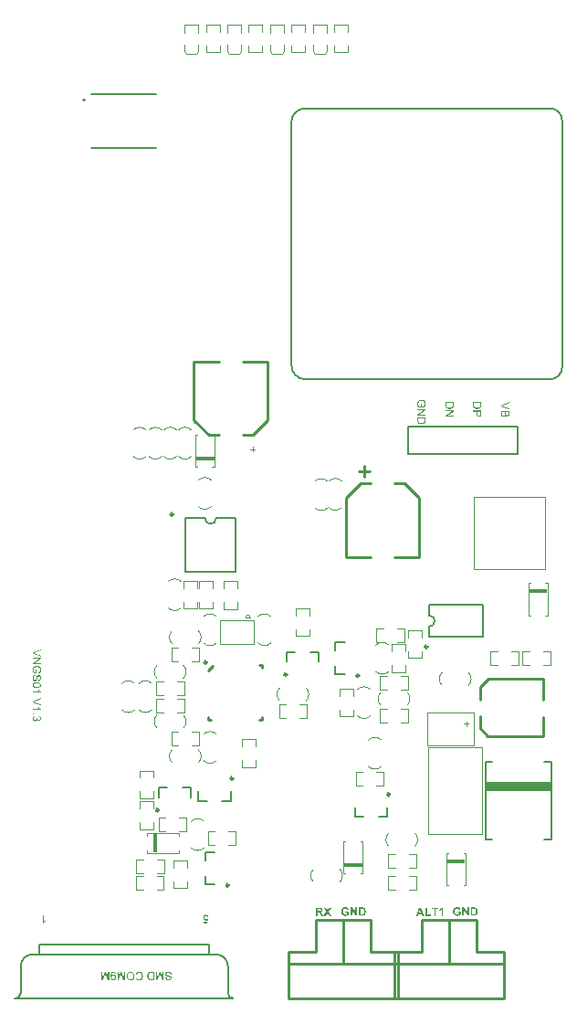
<source format=gto>
G04*
G04 #@! TF.GenerationSoftware,Altium Limited,Altium Designer,21.2.1 (34)*
G04*
G04 Layer_Color=65535*
%FSTAX24Y24*%
%MOIN*%
G70*
G04*
G04 #@! TF.SameCoordinates,4AC015DC-E3C4-4AC6-9BA4-5EE9E9B64A6E*
G04*
G04*
G04 #@! TF.FilePolarity,Positive*
G04*
G01*
G75*
%ADD10C,0.0070*%
%ADD11C,0.0079*%
%ADD12C,0.0098*%
%ADD13C,0.0039*%
%ADD14C,0.0070*%
%ADD15C,0.0050*%
%ADD16C,0.0100*%
%ADD17R,0.2420X0.0330*%
%ADD18R,0.0397X0.0040*%
%ADD19R,0.0690X0.0180*%
%ADD20R,0.0180X0.0690*%
G36*
X058555Y086189D02*
X058559Y086189D01*
X058563Y086189D01*
X058569Y086188D01*
X058574Y086187D01*
X05858Y086186D01*
X058587Y086185D01*
X058601Y086182D01*
X058608Y08618D01*
X058615Y086177D01*
X058622Y086175D01*
X05863Y086171D01*
X05863Y086171D01*
X058631Y08617D01*
X058633Y086169D01*
X058636Y086168D01*
X058639Y086166D01*
X058643Y086164D01*
X058647Y086161D01*
X058651Y086158D01*
X058656Y086154D01*
X05866Y08615D01*
X058665Y086146D01*
X05867Y086141D01*
X058675Y086136D01*
X058679Y086131D01*
X058683Y086125D01*
X058687Y086119D01*
X058687Y086118D01*
X058687Y086117D01*
X058688Y086115D01*
X05869Y086112D01*
X058691Y086109D01*
X058693Y086105D01*
X058694Y086101D01*
X058696Y086096D01*
X058698Y08609D01*
X0587Y086084D01*
X058701Y086077D01*
X058702Y08607D01*
X058704Y086063D01*
X058705Y086055D01*
X058705Y086047D01*
X058705Y086039D01*
Y086033D01*
X058705Y08603D01*
X058705Y086027D01*
X058704Y086023D01*
X058704Y086019D01*
X058703Y08601D01*
X058701Y086D01*
X058698Y085989D01*
X058695Y085979D01*
Y085979D01*
X058694Y085978D01*
X058694Y085977D01*
X058693Y085975D01*
X058692Y085973D01*
X05869Y08597D01*
X058687Y085964D01*
X058683Y085957D01*
X058678Y08595D01*
X058672Y085944D01*
X058665Y085938D01*
X058665Y085937D01*
X058664Y085937D01*
X058663Y085936D01*
X058662Y085935D01*
X05866Y085934D01*
X058658Y085932D01*
X058655Y085931D01*
X058652Y085929D01*
X058648Y085927D01*
X058645Y085925D01*
X05864Y085923D01*
X058636Y085921D01*
X058626Y085918D01*
X058616Y085915D01*
X058606Y085951D01*
X058606D01*
X058607Y085951D01*
X058608Y085952D01*
X05861Y085952D01*
X058611Y085953D01*
X058614Y085954D01*
X058619Y085956D01*
X058625Y085958D01*
X058631Y085961D01*
X058637Y085964D01*
X058642Y085968D01*
X058642Y085968D01*
X058644Y08597D01*
X058646Y085972D01*
X05865Y085975D01*
X058653Y08598D01*
X058657Y085984D01*
X05866Y08599D01*
X058663Y085997D01*
Y085997D01*
X058663Y085998D01*
X058664Y085999D01*
X058664Y086D01*
X058665Y086002D01*
X058666Y086004D01*
X058667Y086009D01*
X058669Y086015D01*
X05867Y086022D01*
X058671Y08603D01*
X058671Y086038D01*
Y086043D01*
X058671Y086045D01*
Y086048D01*
X058671Y086051D01*
X05867Y086055D01*
X058669Y086062D01*
X058668Y08607D01*
X058666Y086078D01*
X058663Y086086D01*
Y086086D01*
X058662Y086087D01*
X058662Y086088D01*
X058661Y086089D01*
X05866Y086093D01*
X058657Y086097D01*
X058654Y086103D01*
X05865Y086108D01*
X058645Y086113D01*
X05864Y086118D01*
X05864Y086119D01*
X058638Y08612D01*
X058635Y086123D01*
X058632Y086125D01*
X058627Y086128D01*
X058622Y086131D01*
X058617Y086134D01*
X058611Y086137D01*
X05861D01*
X058609Y086137D01*
X058608Y086138D01*
X058606Y086139D01*
X058603Y08614D01*
X0586Y086141D01*
X058597Y086142D01*
X058593Y086143D01*
X058588Y086144D01*
X058583Y086145D01*
X058573Y086146D01*
X058562Y086148D01*
X05855Y086148D01*
X058549D01*
X058548D01*
X058546D01*
X058543Y086148D01*
X058539D01*
X058536Y086148D01*
X058531Y086147D01*
X058526Y086147D01*
X058515Y086145D01*
X058504Y086143D01*
X058493Y086139D01*
X058482Y086135D01*
X058481Y086134D01*
X05848Y086134D01*
X058479Y086133D01*
X058477Y086132D01*
X058475Y086131D01*
X058473Y086129D01*
X058467Y086124D01*
X05846Y086119D01*
X058453Y086112D01*
X058447Y086104D01*
X058444Y086099D01*
X058441Y086094D01*
Y086094D01*
X058441Y086093D01*
X05844Y086092D01*
X058439Y08609D01*
X058438Y086087D01*
X058437Y086084D01*
X058436Y086081D01*
X058435Y086077D01*
X058434Y086073D01*
X058433Y086069D01*
X05843Y086059D01*
X058429Y086049D01*
X058428Y086038D01*
Y086035D01*
X058429Y086033D01*
Y086031D01*
X058429Y086028D01*
X058429Y086025D01*
X05843Y086021D01*
X058431Y086014D01*
X058433Y086005D01*
X058435Y085996D01*
X058438Y085987D01*
Y085987D01*
X058438Y085986D01*
X058439Y085985D01*
X05844Y085983D01*
X058441Y085981D01*
X058442Y085979D01*
X058445Y085973D01*
X058448Y085967D01*
X058452Y08596D01*
X058455Y085955D01*
X058459Y085949D01*
X058516D01*
Y086038D01*
X058552D01*
Y08591D01*
X058439D01*
X058439Y08591D01*
X058438Y085911D01*
X058437Y085913D01*
X058435Y085915D01*
X058434Y085918D01*
X058432Y085921D01*
X058429Y085925D01*
X058426Y085929D01*
X058424Y085933D01*
X058421Y085938D01*
X058415Y085948D01*
X058409Y085959D01*
X058404Y085971D01*
Y085971D01*
X058404Y085972D01*
X058403Y085974D01*
X058402Y085977D01*
X058402Y085979D01*
X058401Y085983D01*
X058399Y085986D01*
X058398Y085991D01*
X058397Y085996D01*
X058396Y086001D01*
X058394Y086011D01*
X058393Y086023D01*
X058393Y086035D01*
Y08604D01*
X058393Y086043D01*
X058393Y086047D01*
X058394Y086051D01*
X058394Y086057D01*
X058395Y086062D01*
X058396Y086068D01*
X058397Y086075D01*
X058399Y086081D01*
X058401Y086088D01*
X058403Y086095D01*
X058405Y086102D01*
X058408Y086109D01*
X058412Y086116D01*
X058412Y086117D01*
X058413Y086118D01*
X058414Y08612D01*
X058415Y086122D01*
X058417Y086125D01*
X058419Y086129D01*
X058422Y086133D01*
X058426Y086137D01*
X058429Y086141D01*
X058434Y086146D01*
X058438Y08615D01*
X058443Y086155D01*
X058448Y086159D01*
X058454Y086164D01*
X05846Y086168D01*
X058467Y086171D01*
X058467Y086172D01*
X058468Y086172D01*
X05847Y086173D01*
X058473Y086174D01*
X058476Y086176D01*
X05848Y086177D01*
X058485Y086179D01*
X05849Y086181D01*
X058496Y086182D01*
X058502Y086184D01*
X058509Y086186D01*
X058516Y086187D01*
X058523Y086188D01*
X058531Y086189D01*
X058539Y086189D01*
X058547Y08619D01*
X058548D01*
X058549D01*
X058552D01*
X058555Y086189D01*
D02*
G37*
G36*
X0587Y08581D02*
X058462Y085651D01*
X0587D01*
Y085613D01*
X058397D01*
Y085654D01*
X058635Y085813D01*
X058397D01*
Y085851D01*
X0587D01*
Y08581D01*
D02*
G37*
G36*
Y085433D02*
X0587Y085429D01*
Y085426D01*
X0587Y085422D01*
X058699Y085413D01*
X058698Y085404D01*
X058697Y085395D01*
X058696Y085391D01*
X058696Y085387D01*
Y085387D01*
X058695Y085386D01*
X058695Y085385D01*
X058694Y085383D01*
X058694Y085381D01*
X058693Y085378D01*
X058691Y085372D01*
X058688Y085365D01*
X058684Y085358D01*
X05868Y08535D01*
X058674Y085343D01*
X058674Y085343D01*
X058673Y085342D01*
X058672Y085341D01*
X05867Y085339D01*
X058668Y085337D01*
X058666Y085335D01*
X058663Y085332D01*
X05866Y08533D01*
X058656Y085327D01*
X058652Y085324D01*
X058648Y085321D01*
X058643Y085318D01*
X058633Y085312D01*
X058622Y085307D01*
X058622D01*
X058621Y085307D01*
X058619Y085306D01*
X058617Y085305D01*
X058614Y085304D01*
X05861Y085304D01*
X058606Y085303D01*
X058601Y085301D01*
X058596Y0853D01*
X058591Y085299D01*
X058585Y085298D01*
X058579Y085297D01*
X058572Y085296D01*
X058565Y085296D01*
X05855Y085295D01*
X05855D01*
X058549D01*
X058547D01*
X058544D01*
X058541Y085296D01*
X058538D01*
X058534Y085296D01*
X05853Y085296D01*
X05852Y085297D01*
X05851Y085299D01*
X058499Y085301D01*
X058489Y085304D01*
X058489D01*
X058488Y085304D01*
X058486Y085304D01*
X058485Y085305D01*
X058482Y085306D01*
X05848Y085307D01*
X058474Y085309D01*
X058467Y085312D01*
X058459Y085316D01*
X058452Y08532D01*
X058445Y085324D01*
X058445D01*
X058444Y085325D01*
X058443Y085325D01*
X058442Y085326D01*
X058439Y085329D01*
X058435Y085332D01*
X058431Y085336D01*
X058426Y085341D01*
X058422Y085346D01*
X058417Y085352D01*
Y085352D01*
X058417Y085352D01*
X058416Y085354D01*
X058414Y085358D01*
X058412Y085362D01*
X05841Y085367D01*
X058407Y085373D01*
X058405Y085381D01*
X058402Y085388D01*
Y085388D01*
X058402Y085389D01*
Y08539D01*
X058402Y085392D01*
X058401Y085394D01*
X058401Y085396D01*
X0584Y085399D01*
X0584Y085402D01*
X058399Y085409D01*
X058398Y085417D01*
X058398Y085427D01*
X058397Y085436D01*
Y085546D01*
X0587D01*
Y085433D01*
D02*
G37*
G36*
X060729Y085991D02*
X060729Y085987D01*
Y085983D01*
X060729Y08598D01*
X060728Y085971D01*
X060728Y085962D01*
X060727Y085953D01*
X060726Y085949D01*
X060725Y085945D01*
Y085945D01*
X060725Y085944D01*
X060724Y085943D01*
X060724Y085941D01*
X060723Y085939D01*
X060722Y085936D01*
X06072Y08593D01*
X060717Y085923D01*
X060713Y085916D01*
X060709Y085908D01*
X060703Y085901D01*
X060703Y085901D01*
X060702Y0859D01*
X060701Y085899D01*
X0607Y085897D01*
X060698Y085895D01*
X060695Y085893D01*
X060692Y08589D01*
X060689Y085888D01*
X060686Y085885D01*
X060682Y085882D01*
X060677Y085879D01*
X060673Y085876D01*
X060663Y08587D01*
X060651Y085865D01*
X060651D01*
X06065Y085865D01*
X060648Y085864D01*
X060646Y085863D01*
X060643Y085862D01*
X060639Y085861D01*
X060635Y085861D01*
X060631Y085859D01*
X060625Y085858D01*
X06062Y085857D01*
X060614Y085856D01*
X060608Y085855D01*
X060601Y085854D01*
X060594Y085854D01*
X06058Y085853D01*
X060579D01*
X060578D01*
X060576D01*
X060574D01*
X060571Y085854D01*
X060567D01*
X060563Y085854D01*
X060559Y085854D01*
X060549Y085855D01*
X060539Y085857D01*
X060529Y085859D01*
X060518Y085861D01*
X060518D01*
X060517Y085862D01*
X060516Y085862D01*
X060514Y085863D01*
X060512Y085864D01*
X060509Y085865D01*
X060503Y085867D01*
X060496Y08587D01*
X060488Y085874D01*
X060481Y085878D01*
X060474Y085882D01*
X060474D01*
X060474Y085883D01*
X060473Y085883D01*
X060471Y085884D01*
X060468Y085887D01*
X060464Y08589D01*
X06046Y085894D01*
X060455Y085899D01*
X060451Y085904D01*
X060447Y08591D01*
Y08591D01*
X060446Y08591D01*
X060445Y085912D01*
X060443Y085916D01*
X060441Y08592D01*
X060439Y085925D01*
X060436Y085931D01*
X060434Y085939D01*
X060432Y085946D01*
Y085946D01*
X060431Y085947D01*
Y085948D01*
X060431Y08595D01*
X060431Y085952D01*
X06043Y085954D01*
X06043Y085957D01*
X060429Y08596D01*
X060428Y085967D01*
X060427Y085975D01*
X060427Y085984D01*
X060427Y085994D01*
Y086104D01*
X060729D01*
Y085991D01*
D02*
G37*
G36*
Y085674D02*
X060729Y085667D01*
X060729Y085659D01*
X060728Y085652D01*
X060728Y085645D01*
X060727Y085641D01*
X060727Y085638D01*
Y085638D01*
X060726Y085637D01*
Y085636D01*
X060726Y085635D01*
X060725Y085633D01*
X060725Y08563D01*
X060723Y085625D01*
X060721Y085619D01*
X060719Y085613D01*
X060716Y085607D01*
X060712Y085601D01*
Y0856D01*
X060712Y0856D01*
X06071Y085598D01*
X060708Y085595D01*
X060705Y085592D01*
X060701Y085588D01*
X060695Y085584D01*
X06069Y08558D01*
X060683Y085576D01*
X060683D01*
X060682Y085576D01*
X060681Y085575D01*
X06068Y085575D01*
X060678Y085574D01*
X060676Y085574D01*
X060671Y085572D01*
X060665Y08557D01*
X060658Y085568D01*
X06065Y085567D01*
X060642Y085567D01*
X060641D01*
X06064D01*
X060638D01*
X060635Y085567D01*
X060632Y085568D01*
X060628Y085568D01*
X060624Y085569D01*
X060619Y08557D01*
X060614Y085571D01*
X060609Y085573D01*
X060604Y085575D01*
X060598Y085577D01*
X060592Y08558D01*
X060587Y085583D01*
X060582Y085587D01*
X060576Y085592D01*
X060576Y085592D01*
X060575Y085593D01*
X060574Y085594D01*
X060572Y085596D01*
X06057Y085599D01*
X060568Y085603D01*
X060565Y085607D01*
X060563Y085612D01*
X060561Y085618D01*
X060558Y085624D01*
X060556Y085632D01*
X060554Y085639D01*
X060552Y085649D01*
X060551Y085658D01*
X06055Y085669D01*
X06055Y085681D01*
Y085758D01*
X060427D01*
Y085798D01*
X060729D01*
Y085674D01*
D02*
G37*
G36*
X059719Y085991D02*
X059719Y085987D01*
Y085983D01*
X059719Y08598D01*
X059718Y085971D01*
X059717Y085962D01*
X059716Y085953D01*
X059715Y085949D01*
X059715Y085945D01*
Y085945D01*
X059714Y085944D01*
X059714Y085943D01*
X059713Y085941D01*
X059713Y085939D01*
X059712Y085936D01*
X05971Y08593D01*
X059707Y085923D01*
X059703Y085916D01*
X059699Y085908D01*
X059693Y085901D01*
X059693Y085901D01*
X059692Y0859D01*
X059691Y085899D01*
X059689Y085897D01*
X059687Y085895D01*
X059685Y085893D01*
X059682Y08589D01*
X059679Y085888D01*
X059675Y085885D01*
X059671Y085882D01*
X059667Y085879D01*
X059663Y085876D01*
X059652Y08587D01*
X059641Y085865D01*
X059641D01*
X05964Y085865D01*
X059638Y085864D01*
X059636Y085863D01*
X059633Y085862D01*
X059629Y085861D01*
X059625Y085861D01*
X059621Y085859D01*
X059615Y085858D01*
X05961Y085857D01*
X059604Y085856D01*
X059598Y085855D01*
X059591Y085854D01*
X059584Y085854D01*
X059569Y085853D01*
X059569D01*
X059568D01*
X059566D01*
X059563D01*
X059561Y085854D01*
X059557D01*
X059553Y085854D01*
X059549Y085854D01*
X059539Y085855D01*
X059529Y085857D01*
X059519Y085859D01*
X059508Y085861D01*
X059508D01*
X059507Y085862D01*
X059505Y085862D01*
X059504Y085863D01*
X059501Y085864D01*
X059499Y085865D01*
X059493Y085867D01*
X059486Y08587D01*
X059478Y085874D01*
X059471Y085878D01*
X059464Y085882D01*
X059464D01*
X059463Y085883D01*
X059462Y085883D01*
X059461Y085884D01*
X059458Y085887D01*
X059454Y08589D01*
X05945Y085894D01*
X059445Y085899D01*
X059441Y085904D01*
X059437Y08591D01*
Y08591D01*
X059436Y08591D01*
X059435Y085912D01*
X059433Y085916D01*
X059431Y08592D01*
X059429Y085925D01*
X059426Y085931D01*
X059424Y085939D01*
X059421Y085946D01*
Y085946D01*
X059421Y085947D01*
Y085948D01*
X059421Y08595D01*
X05942Y085952D01*
X05942Y085954D01*
X059419Y085957D01*
X059419Y08596D01*
X059418Y085967D01*
X059417Y085975D01*
X059417Y085984D01*
X059417Y085994D01*
Y086104D01*
X059719D01*
Y085991D01*
D02*
G37*
G36*
Y085758D02*
X059481Y085598D01*
X059719D01*
Y08556D01*
X059417D01*
Y085601D01*
X059654Y08576D01*
X059417D01*
Y085799D01*
X059719D01*
Y085758D01*
D02*
G37*
G36*
X044654Y077046D02*
X044434Y076967D01*
X044434D01*
X044433Y076967D01*
X044431Y076966D01*
X044429Y076966D01*
X044427Y076965D01*
X044424Y076964D01*
X044421Y076963D01*
X044418Y076962D01*
X04441Y07696D01*
X044402Y076957D01*
X044393Y076954D01*
X044384Y076952D01*
X044385D01*
X044385Y076951D01*
X044387Y076951D01*
X044389Y07695D01*
X044391Y07695D01*
X044394Y076949D01*
X044397Y076948D01*
X0444Y076947D01*
X044407Y076945D01*
X044416Y076942D01*
X044425Y076939D01*
X044434Y076935D01*
X044654Y076854D01*
Y076813D01*
X044351Y076931D01*
Y076972D01*
X044654Y07709D01*
Y077046D01*
D02*
G37*
G36*
Y076736D02*
X044416Y076577D01*
X044654D01*
Y076539D01*
X044351D01*
Y07658D01*
X044589Y076739D01*
X044351D01*
Y076777D01*
X044654D01*
Y076736D01*
D02*
G37*
G36*
X044509Y076481D02*
X044513Y076481D01*
X044517Y07648D01*
X044522Y07648D01*
X044528Y076479D01*
X044534Y076478D01*
X044541Y076477D01*
X044555Y076473D01*
X044562Y076472D01*
X044569Y076469D01*
X044576Y076466D01*
X044583Y076463D01*
X044584Y076463D01*
X044585Y076462D01*
X044587Y076461D01*
X04459Y07646D01*
X044593Y076458D01*
X044597Y076455D01*
X044601Y076452D01*
X044605Y07645D01*
X04461Y076446D01*
X044614Y076442D01*
X044619Y076438D01*
X044624Y076433D01*
X044628Y076428D01*
X044633Y076422D01*
X044637Y076416D01*
X044641Y07641D01*
X044641Y07641D01*
X044641Y076409D01*
X044642Y076407D01*
X044643Y076404D01*
X044645Y076401D01*
X044646Y076397D01*
X044648Y076392D01*
X04465Y076387D01*
X044652Y076382D01*
X044653Y076375D01*
X044655Y076369D01*
X044656Y076362D01*
X044658Y076354D01*
X044659Y076347D01*
X044659Y076338D01*
X044659Y07633D01*
Y076325D01*
X044659Y076322D01*
X044659Y076318D01*
X044658Y076315D01*
X044658Y07631D01*
X044657Y076301D01*
X044655Y076291D01*
X044652Y076281D01*
X044648Y076271D01*
Y07627D01*
X044648Y076269D01*
X044647Y076268D01*
X044646Y076267D01*
X044645Y076264D01*
X044644Y076262D01*
X044641Y076256D01*
X044637Y076249D01*
X044632Y076242D01*
X044626Y076235D01*
X044619Y076229D01*
X044619Y076229D01*
X044618Y076228D01*
X044617Y076228D01*
X044616Y076227D01*
X044614Y076226D01*
X044611Y076224D01*
X044609Y076222D01*
X044605Y076221D01*
X044602Y076219D01*
X044599Y076217D01*
X044594Y076215D01*
X04459Y076213D01*
X04458Y076209D01*
X044569Y076206D01*
X04456Y076243D01*
X04456D01*
X04456Y076243D01*
X044562Y076243D01*
X044563Y076244D01*
X044565Y076245D01*
X044567Y076245D01*
X044573Y076247D01*
X044579Y07625D01*
X044584Y076253D01*
X04459Y076256D01*
X044596Y07626D01*
X044596Y07626D01*
X044598Y076262D01*
X0446Y076264D01*
X044603Y076267D01*
X044607Y076271D01*
X04461Y076276D01*
X044614Y076282D01*
X044617Y076288D01*
Y076289D01*
X044617Y076289D01*
X044618Y07629D01*
X044618Y076292D01*
X044619Y076293D01*
X04462Y076296D01*
X044621Y076301D01*
X044622Y076307D01*
X044624Y076314D01*
X044625Y076322D01*
X044625Y07633D01*
Y076334D01*
X044625Y076337D01*
Y07634D01*
X044624Y076343D01*
X044624Y076346D01*
X044623Y076353D01*
X044622Y076362D01*
X04462Y07637D01*
X044617Y076377D01*
Y076378D01*
X044616Y076378D01*
X044616Y076379D01*
X044615Y076381D01*
X044613Y076384D01*
X044611Y076389D01*
X044607Y076394D01*
X044603Y076399D01*
X044599Y076405D01*
X044594Y07641D01*
X044594Y076411D01*
X044592Y076412D01*
X044589Y076414D01*
X044585Y076417D01*
X044581Y07642D01*
X044576Y076423D01*
X04457Y076426D01*
X044564Y076429D01*
X044564D01*
X044563Y076429D01*
X044562Y07643D01*
X04456Y07643D01*
X044557Y076431D01*
X044554Y076432D01*
X04455Y076433D01*
X044546Y076434D01*
X044542Y076435D01*
X044537Y076436D01*
X044527Y076438D01*
X044516Y076439D01*
X044503Y07644D01*
X044503D01*
X044502D01*
X044499D01*
X044497Y07644D01*
X044493D01*
X044489Y076439D01*
X044485Y076439D01*
X04448Y076438D01*
X044469Y076437D01*
X044458Y076434D01*
X044446Y076431D01*
X044436Y076426D01*
X044435Y076426D01*
X044434Y076426D01*
X044433Y076425D01*
X044431Y076424D01*
X044429Y076422D01*
X044426Y07642D01*
X04442Y076416D01*
X044414Y07641D01*
X044407Y076403D01*
X044401Y076395D01*
X044398Y076391D01*
X044395Y076386D01*
Y076386D01*
X044395Y076385D01*
X044394Y076383D01*
X044393Y076381D01*
X044392Y076379D01*
X044391Y076376D01*
X04439Y076372D01*
X044389Y076369D01*
X044387Y076365D01*
X044386Y07636D01*
X044384Y076351D01*
X044383Y07634D01*
X044382Y076329D01*
Y076327D01*
X044382Y076325D01*
Y076322D01*
X044383Y07632D01*
X044383Y076317D01*
X044383Y076313D01*
X044384Y076306D01*
X044386Y076297D01*
X044389Y076288D01*
X044392Y076279D01*
Y076278D01*
X044392Y076278D01*
X044393Y076276D01*
X044394Y076274D01*
X044395Y076272D01*
X044396Y07627D01*
X044398Y076265D01*
X044402Y076258D01*
X044405Y076252D01*
X044409Y076246D01*
X044413Y076241D01*
X04447D01*
Y07633D01*
X044506D01*
Y076202D01*
X044393D01*
X044393Y076202D01*
X044392Y076203D01*
X044391Y076205D01*
X044389Y076207D01*
X044387Y076209D01*
X044385Y076213D01*
X044383Y076216D01*
X04438Y07622D01*
X044377Y076225D01*
X044375Y076229D01*
X044369Y07624D01*
X044363Y076251D01*
X044358Y076263D01*
Y076263D01*
X044357Y076264D01*
X044357Y076266D01*
X044356Y076268D01*
X044356Y076271D01*
X044355Y076274D01*
X044353Y076278D01*
X044352Y076282D01*
X044351Y076287D01*
X04435Y076292D01*
X044348Y076303D01*
X044347Y076315D01*
X044346Y076327D01*
Y076331D01*
X044347Y076334D01*
X044347Y076338D01*
X044347Y076343D01*
X044348Y076348D01*
X044349Y076354D01*
X04435Y07636D01*
X044351Y076366D01*
X044353Y076373D01*
X044355Y07638D01*
X044356Y076387D01*
X044359Y076394D01*
X044362Y076401D01*
X044365Y076408D01*
X044366Y076408D01*
X044366Y07641D01*
X044367Y076411D01*
X044369Y076414D01*
X044371Y076417D01*
X044373Y07642D01*
X044376Y076424D01*
X044379Y076429D01*
X044383Y076433D01*
X044387Y076437D01*
X044392Y076442D01*
X044397Y076447D01*
X044402Y076451D01*
X044408Y076455D01*
X044414Y076459D01*
X04442Y076463D01*
X044421Y076463D01*
X044422Y076464D01*
X044424Y076465D01*
X044427Y076466D01*
X04443Y076467D01*
X044434Y076469D01*
X044439Y076471D01*
X044444Y076472D01*
X04445Y076474D01*
X044456Y076475D01*
X044463Y076477D01*
X04447Y076478D01*
X044477Y07648D01*
X044485Y076481D01*
X044493Y076481D01*
X044501Y076481D01*
X044502D01*
X044503D01*
X044505D01*
X044509Y076481D01*
D02*
G37*
G36*
X044452Y076118D02*
X044452D01*
X044451D01*
X04445Y076118D01*
X044448Y076117D01*
X044446Y076117D01*
X044444Y076117D01*
X044438Y076115D01*
X044433Y076114D01*
X044426Y076112D01*
X04442Y076109D01*
X044414Y076106D01*
X044414Y076105D01*
X044412Y076104D01*
X044409Y076102D01*
X044406Y076098D01*
X044402Y076094D01*
X044398Y076089D01*
X044395Y076083D01*
X044391Y076075D01*
Y076075D01*
X044391Y076074D01*
X04439Y076073D01*
X04439Y076072D01*
X044389Y07607D01*
X044388Y076067D01*
X044387Y076065D01*
X044387Y076062D01*
X044385Y076055D01*
X044383Y076047D01*
X044382Y076038D01*
X044382Y076029D01*
Y076025D01*
X044382Y076023D01*
Y076021D01*
X044383Y076015D01*
X044384Y076009D01*
X044385Y076002D01*
X044386Y075995D01*
X044389Y075989D01*
Y075988D01*
X044389Y075988D01*
X044389Y075987D01*
X04439Y075986D01*
X044392Y075983D01*
X044394Y075979D01*
X044396Y075975D01*
X044399Y07597D01*
X044403Y075966D01*
X044407Y075962D01*
X044408Y075962D01*
X044409Y075961D01*
X044412Y07596D01*
X044415Y075958D01*
X044419Y075957D01*
X044423Y075955D01*
X044428Y075954D01*
X044433Y075954D01*
X044434D01*
X044434D01*
X044436D01*
X044438Y075954D01*
X044442Y075955D01*
X044446Y075956D01*
X04445Y075957D01*
X044454Y075959D01*
X044458Y075962D01*
X044458Y075962D01*
X04446Y075964D01*
X044462Y075966D01*
X044464Y075969D01*
X044467Y075972D01*
X04447Y075977D01*
X044473Y075983D01*
X044476Y075989D01*
X044476Y07599D01*
X044477Y075991D01*
X044477Y075992D01*
X044477Y075993D01*
X044478Y075995D01*
X044479Y075998D01*
X044479Y076001D01*
X04448Y076004D01*
X044482Y076008D01*
X044483Y076012D01*
X044484Y076017D01*
X044486Y076023D01*
X044487Y076029D01*
X044489Y076036D01*
X044491Y076043D01*
Y076043D01*
X044491Y076045D01*
X044492Y076047D01*
X044492Y07605D01*
X044493Y076053D01*
X044494Y076057D01*
X044496Y076061D01*
X044497Y076066D01*
X0445Y076076D01*
X044503Y076085D01*
X044505Y07609D01*
X044506Y076094D01*
X044508Y076098D01*
X04451Y076101D01*
Y076102D01*
X04451Y076102D01*
X044511Y076103D01*
X044512Y076105D01*
X044514Y076109D01*
X044517Y076113D01*
X044521Y076119D01*
X044526Y076124D01*
X044532Y076129D01*
X044538Y076134D01*
X044538D01*
X044538Y076134D01*
X044539Y076135D01*
X04454Y076135D01*
X044544Y076137D01*
X044549Y076139D01*
X044554Y076141D01*
X044561Y076143D01*
X044568Y076144D01*
X044576Y076144D01*
X044576D01*
X044577D01*
X044578D01*
X04458Y076144D01*
X044581D01*
X044584Y076144D01*
X04459Y076143D01*
X044596Y076141D01*
X044603Y076139D01*
X044611Y076136D01*
X044618Y076131D01*
X044619D01*
X044619Y076131D01*
X04462Y07613D01*
X044622Y076129D01*
X044625Y076126D01*
X04463Y076122D01*
X044635Y076116D01*
X04464Y07611D01*
X044644Y076102D01*
X044649Y076093D01*
Y076093D01*
X044649Y076092D01*
X04465Y076091D01*
X04465Y076089D01*
X044651Y076087D01*
X044652Y076084D01*
X044653Y076081D01*
X044654Y076077D01*
X044655Y076073D01*
X044656Y076069D01*
X044658Y07606D01*
X044659Y076049D01*
X044659Y076038D01*
Y076032D01*
X044659Y076029D01*
X044659Y076026D01*
X044658Y076022D01*
X044658Y076018D01*
X044657Y076009D01*
X044655Y075999D01*
X044652Y075988D01*
X044648Y075979D01*
Y075978D01*
X044647Y075978D01*
X044647Y075976D01*
X044646Y075974D01*
X044645Y075972D01*
X044643Y07597D01*
X04464Y075964D01*
X044636Y075958D01*
X04463Y075951D01*
X044624Y075945D01*
X044616Y075939D01*
X044616Y075939D01*
X044615Y075939D01*
X044614Y075938D01*
X044613Y075937D01*
X044611Y075936D01*
X044608Y075935D01*
X044605Y075934D01*
X044602Y075932D01*
X044596Y075929D01*
X044587Y075927D01*
X044579Y075925D01*
X044569Y075924D01*
X044566Y075962D01*
X044566D01*
X044567Y075963D01*
X044568D01*
X04457Y075963D01*
X044573Y075964D01*
X044576Y075964D01*
X044582Y075966D01*
X044589Y075969D01*
X044596Y075973D01*
X044603Y075978D01*
X044606Y075981D01*
X044609Y075984D01*
X044609Y075984D01*
X044609Y075984D01*
X04461Y075986D01*
X044611Y075987D01*
X044612Y075989D01*
X044613Y075991D01*
X044615Y075994D01*
X044616Y075997D01*
X044618Y076001D01*
X044619Y076004D01*
X04462Y076009D01*
X044621Y076013D01*
X044622Y076019D01*
X044623Y076024D01*
X044623Y07603D01*
Y07604D01*
X044623Y076042D01*
Y076045D01*
X044623Y076048D01*
X044622Y076052D01*
X044622Y076056D01*
X04462Y076065D01*
X044618Y076074D01*
X044615Y076082D01*
X044612Y076086D01*
X04461Y076089D01*
Y076089D01*
X044609Y07609D01*
X044608Y076092D01*
X044605Y076094D01*
X044601Y076097D01*
X044596Y0761D01*
X044591Y076103D01*
X044585Y076105D01*
X044581Y076105D01*
X044578Y076105D01*
X044578D01*
X044577D01*
X044575Y076105D01*
X044572Y076105D01*
X044569Y076104D01*
X044564Y076103D01*
X04456Y076101D01*
X044556Y076098D01*
X044551Y076094D01*
X044551Y076093D01*
X04455Y076093D01*
X044549Y076091D01*
X044548Y07609D01*
X044547Y076088D01*
X044546Y076085D01*
X044544Y076082D01*
X044543Y076079D01*
X044541Y076074D01*
X04454Y076069D01*
X044538Y076064D01*
X044536Y076057D01*
X044534Y07605D01*
X044531Y076042D01*
X044529Y076034D01*
Y076033D01*
X044529Y076031D01*
X044528Y076029D01*
X044527Y076026D01*
X044527Y076022D01*
X044525Y076017D01*
X044524Y076012D01*
X044523Y076007D01*
X04452Y075996D01*
X044517Y075985D01*
X044515Y07598D01*
X044514Y075975D01*
X044512Y07597D01*
X04451Y075967D01*
Y075966D01*
X04451Y075965D01*
X044509Y075964D01*
X044508Y075962D01*
X044507Y07596D01*
X044505Y075958D01*
X044502Y075952D01*
X044498Y075945D01*
X044492Y075939D01*
X044486Y075933D01*
X044483Y07593D01*
X044479Y075928D01*
X044479D01*
X044479Y075927D01*
X044478Y075926D01*
X044476Y075926D01*
X044475Y075925D01*
X044472Y075924D01*
X044467Y075921D01*
X044461Y075919D01*
X044454Y075917D01*
X044445Y075916D01*
X044437Y075915D01*
X044436D01*
X044436D01*
X044434D01*
X044433Y075915D01*
X04443D01*
X044428Y075916D01*
X044422Y075917D01*
X044415Y075918D01*
X044407Y075921D01*
X044399Y075924D01*
X044395Y075926D01*
X044391Y075929D01*
X044391D01*
X04439Y07593D01*
X044389Y07593D01*
X044388Y075932D01*
X044384Y075935D01*
X044379Y075939D01*
X044374Y075945D01*
X044368Y075952D01*
X044363Y07596D01*
X044358Y075969D01*
Y075969D01*
X044357Y07597D01*
X044357Y075971D01*
X044356Y075973D01*
X044356Y075976D01*
X044355Y075979D01*
X044353Y075982D01*
X044352Y075986D01*
X044351Y07599D01*
X04435Y075994D01*
X044348Y076004D01*
X044347Y076015D01*
X044346Y076027D01*
Y076031D01*
X044347Y076034D01*
Y076037D01*
X044347Y076041D01*
X044347Y076046D01*
X044348Y076051D01*
X044349Y076062D01*
X044351Y076073D01*
X044354Y076085D01*
X044358Y076096D01*
Y076096D01*
X044359Y076097D01*
X044359Y076099D01*
X04436Y076101D01*
X044362Y076103D01*
X044363Y076105D01*
X044367Y076112D01*
X044372Y076119D01*
X044378Y076126D01*
X044385Y076133D01*
X044394Y076139D01*
X044394Y07614D01*
X044395Y07614D01*
X044396Y076141D01*
X044398Y076142D01*
X0444Y076143D01*
X044403Y076144D01*
X044406Y076146D01*
X04441Y076147D01*
X044414Y076149D01*
X044418Y07615D01*
X044427Y076153D01*
X044437Y076155D01*
X044443Y076155D01*
X044449Y076156D01*
X044452Y076118D01*
D02*
G37*
G36*
X044509Y075875D02*
X044514D01*
X044519Y075875D01*
X044525Y075874D01*
X044531Y075874D01*
X044538Y075873D01*
X044545Y075873D01*
X04456Y075871D01*
X044574Y075868D01*
X044581Y075866D01*
X044587Y075864D01*
X044587D01*
X044588Y075864D01*
X04459Y075863D01*
X044592Y075862D01*
X044595Y075861D01*
X044598Y07586D01*
X044601Y075858D01*
X044605Y075856D01*
X044614Y075852D01*
X044622Y075846D01*
X04463Y075839D01*
X044634Y075836D01*
X044637Y075832D01*
X044638Y075831D01*
X044638Y075831D01*
X044639Y075829D01*
X04464Y075828D01*
X044642Y075826D01*
X044643Y075823D01*
X044644Y07582D01*
X044646Y075816D01*
X044648Y075813D01*
X044649Y075809D01*
X044651Y075804D01*
X044652Y075799D01*
X044653Y075794D01*
X044654Y075789D01*
X044655Y075783D01*
X044655Y075777D01*
Y075773D01*
X044655Y075771D01*
X044654Y075768D01*
X044654Y075762D01*
X044653Y075756D01*
X044651Y075749D01*
X044648Y075741D01*
X044645Y075734D01*
Y075734D01*
X044645Y075733D01*
X044644Y075732D01*
X044643Y075731D01*
X044641Y075728D01*
X044638Y075723D01*
X044634Y075718D01*
X044629Y075714D01*
X044623Y075708D01*
X044617Y075704D01*
X044616D01*
X044616Y075703D01*
X044615Y075703D01*
X044613Y075702D01*
X044612Y075701D01*
X044609Y075699D01*
X044607Y075698D01*
X044604Y075697D01*
X044598Y075694D01*
X04459Y075691D01*
X044581Y075688D01*
X044572Y075685D01*
X044571D01*
X04457Y075685D01*
X044569Y075684D01*
X044567Y075684D01*
X044564Y075683D01*
X044561Y075683D01*
X044557Y075682D01*
X044553Y075681D01*
X044548Y075681D01*
X044543Y07568D01*
X044537Y07568D01*
X044531Y075679D01*
X044524Y075679D01*
X044517Y075678D01*
X044509Y075678D01*
X0445D01*
X0445D01*
X044498D01*
X044495D01*
X044492D01*
X044487Y075678D01*
X044482Y075679D01*
X044476Y075679D01*
X04447Y075679D01*
X044463Y07568D01*
X044456Y075681D01*
X044442Y075683D01*
X044428Y075686D01*
X044421Y075687D01*
X044415Y075689D01*
X044414D01*
X044413Y07569D01*
X044411Y07569D01*
X044409Y075691D01*
X044406Y075693D01*
X044403Y075694D01*
X0444Y075695D01*
X044396Y075697D01*
X044388Y075702D01*
X044379Y075708D01*
X044371Y075714D01*
X044368Y075718D01*
X044364Y075722D01*
X044364Y075722D01*
X044363Y075723D01*
X044362Y075724D01*
X044361Y075726D01*
X04436Y075728D01*
X044358Y075731D01*
X044357Y075734D01*
X044355Y075737D01*
X044354Y075741D01*
X044352Y075745D01*
X044351Y075749D01*
X044349Y075754D01*
X044348Y075759D01*
X044347Y075765D01*
X044347Y075771D01*
X044346Y075777D01*
Y075779D01*
X044347Y075781D01*
X044347Y075784D01*
X044347Y075788D01*
X044348Y075792D01*
X044349Y075796D01*
X04435Y075802D01*
X044352Y075807D01*
X044354Y075813D01*
X044356Y075818D01*
X044359Y075824D01*
X044363Y07583D01*
X044367Y075835D01*
X044372Y07584D01*
X044377Y075845D01*
X044378Y075846D01*
X044379Y075847D01*
X044381Y075848D01*
X044385Y07585D01*
X044389Y075852D01*
X044394Y075855D01*
X0444Y075858D01*
X044407Y07586D01*
X044415Y075863D01*
X044424Y075866D01*
X044434Y075868D01*
X044445Y075871D01*
X044458Y075873D01*
X044471Y075874D01*
X044485Y075875D01*
X0445Y075875D01*
X044501D01*
X044503D01*
X044506D01*
X044509Y075875D01*
D02*
G37*
G36*
X044579Y075612D02*
X04458Y075611D01*
X044581Y075609D01*
X044581Y075607D01*
X044583Y075604D01*
X044585Y075601D01*
X044587Y075597D01*
X044589Y075593D01*
X044594Y075585D01*
X0446Y075576D01*
X044607Y075566D01*
X044614Y075557D01*
X044615Y075557D01*
X044615Y075556D01*
X044616Y075555D01*
X044618Y075553D01*
X04462Y075552D01*
X044622Y07555D01*
X044627Y075545D01*
X044633Y075539D01*
X04464Y075533D01*
X044647Y075529D01*
X044655Y075524D01*
Y0755D01*
X044351D01*
Y075537D01*
X044588D01*
X044587Y075538D01*
X044585Y07554D01*
X044583Y075543D01*
X04458Y075547D01*
X044576Y075552D01*
X044572Y075558D01*
X044567Y075565D01*
X044562Y075573D01*
Y075573D01*
X044561Y075574D01*
X044561Y075575D01*
X04456Y075576D01*
X044559Y075578D01*
X044558Y075581D01*
X044555Y075586D01*
X044552Y075592D01*
X044549Y075598D01*
X044546Y075605D01*
X044543Y075612D01*
X044579D01*
X044579Y075612D01*
D02*
G37*
G36*
X044654Y07526D02*
X044434Y075181D01*
X044434D01*
X044433Y075181D01*
X044431Y07518D01*
X044429Y07518D01*
X044427Y075179D01*
X044424Y075178D01*
X044421Y075177D01*
X044418Y075176D01*
X04441Y075173D01*
X044402Y075171D01*
X044393Y075168D01*
X044384Y075165D01*
X044385D01*
X044385Y075165D01*
X044387Y075165D01*
X044389Y075164D01*
X044391Y075163D01*
X044394Y075163D01*
X044397Y075162D01*
X0444Y075161D01*
X044407Y075159D01*
X044416Y075156D01*
X044425Y075152D01*
X044434Y075149D01*
X044654Y075067D01*
Y075027D01*
X044351Y075145D01*
Y075186D01*
X044654Y075304D01*
Y07526D01*
D02*
G37*
G36*
X044579Y074977D02*
X04458Y074976D01*
X044581Y074974D01*
X044581Y074972D01*
X044583Y074969D01*
X044585Y074966D01*
X044587Y074962D01*
X044589Y074959D01*
X044594Y07495D01*
X0446Y074941D01*
X044607Y074932D01*
X044614Y074923D01*
X044615Y074922D01*
X044615Y074922D01*
X044616Y07492D01*
X044618Y074919D01*
X04462Y074917D01*
X044622Y074915D01*
X044627Y07491D01*
X044633Y074904D01*
X04464Y074899D01*
X044647Y074894D01*
X044655Y07489D01*
Y074866D01*
X044351D01*
Y074903D01*
X044588D01*
X044587Y074903D01*
X044585Y074905D01*
X044583Y074908D01*
X04458Y074912D01*
X044576Y074917D01*
X044572Y074923D01*
X044567Y07493D01*
X044562Y074938D01*
Y074938D01*
X044561Y074939D01*
X044561Y07494D01*
X04456Y074942D01*
X044559Y074944D01*
X044558Y074946D01*
X044555Y074951D01*
X044552Y074957D01*
X044549Y074964D01*
X044546Y074971D01*
X044543Y074977D01*
X044579D01*
X044579Y074977D01*
D02*
G37*
G36*
X044394Y074707D02*
X044351D01*
Y07475D01*
X044394D01*
Y074707D01*
D02*
G37*
G36*
X044436Y074616D02*
X044436D01*
X044435Y074615D01*
X044433Y074615D01*
X044431Y074614D01*
X044428Y074614D01*
X044425Y074613D01*
X044418Y074611D01*
X044411Y074608D01*
X044403Y074604D01*
X044397Y0746D01*
X044394Y074597D01*
X044391Y074594D01*
Y074594D01*
X04439Y074594D01*
X044389Y074593D01*
X044388Y074592D01*
X044386Y074588D01*
X044384Y074584D01*
X044381Y074578D01*
X044379Y074572D01*
X044377Y074565D01*
X044377Y074557D01*
Y074554D01*
X044377Y074552D01*
X044377Y07455D01*
X044378Y074547D01*
X044379Y074541D01*
X044381Y074534D01*
X044384Y074526D01*
X044387Y074523D01*
X044389Y074519D01*
X044392Y074516D01*
X044395Y074512D01*
X044395Y074512D01*
X044396Y074511D01*
X044397Y07451D01*
X044398Y074509D01*
X0444Y074508D01*
X044402Y074506D01*
X044404Y074505D01*
X044407Y074503D01*
X044414Y0745D01*
X044421Y074497D01*
X04443Y074495D01*
X044435Y074494D01*
X04444Y074494D01*
X04444D01*
X044441D01*
X044442D01*
X044444Y074494D01*
X044446Y074495D01*
X044449Y074495D01*
X044455Y074496D01*
X044461Y074498D01*
X044468Y074501D01*
X044472Y074503D01*
X044475Y074505D01*
X044479Y074508D01*
X044482Y074511D01*
X044482Y074511D01*
X044482Y074512D01*
X044483Y074513D01*
X044484Y074514D01*
X044486Y074516D01*
X044487Y074518D01*
X04449Y074523D01*
X044493Y074529D01*
X044496Y074536D01*
X044498Y074544D01*
X044498Y074549D01*
X044499Y074553D01*
Y074555D01*
X044498Y074558D01*
Y074561D01*
X044498Y074565D01*
X044497Y074569D01*
X044496Y074574D01*
X044495Y07458D01*
X044527Y074576D01*
Y074575D01*
X044527Y074573D01*
X044526Y074571D01*
Y074567D01*
X044527Y074566D01*
Y074563D01*
X044527Y074561D01*
X044528Y074555D01*
X044529Y074549D01*
X044532Y074542D01*
X044535Y074534D01*
X044539Y074527D01*
Y074526D01*
X04454Y074526D01*
X04454Y074525D01*
X044541Y074524D01*
X044544Y074521D01*
X044548Y074517D01*
X044554Y074514D01*
X04456Y07451D01*
X044564Y074509D01*
X044568Y074508D01*
X044572Y074508D01*
X044577Y074507D01*
X044577D01*
X044578D01*
X044579D01*
X044581Y074508D01*
X044584Y074508D01*
X044589Y074509D01*
X044594Y074511D01*
X0446Y074513D01*
X044606Y074517D01*
X044608Y074519D01*
X044611Y074522D01*
X044612Y074522D01*
X044613Y074524D01*
X044615Y074527D01*
X044618Y074531D01*
X04462Y074536D01*
X044622Y074543D01*
X044624Y074549D01*
X044624Y074557D01*
Y074559D01*
X044624Y074561D01*
Y074563D01*
X044624Y074565D01*
X044623Y07457D01*
X044621Y074576D01*
X044619Y074582D01*
X044615Y074588D01*
X044611Y074594D01*
X04461Y074594D01*
X044608Y074596D01*
X044605Y074599D01*
X044601Y074601D01*
X044595Y074605D01*
X044588Y074607D01*
X04458Y07461D01*
X04457Y074612D01*
X044577Y074649D01*
X044577D01*
X044578Y074649D01*
X04458Y074648D01*
X044583Y074648D01*
X044586Y074647D01*
X044589Y074646D01*
X044593Y074645D01*
X044598Y074643D01*
X044607Y074639D01*
X044612Y074636D01*
X044617Y074633D01*
X044621Y07463D01*
X044626Y074627D01*
X04463Y074623D01*
X044634Y074618D01*
X044635Y074618D01*
X044635Y074617D01*
X044636Y074616D01*
X044638Y074614D01*
X044639Y074611D01*
X044641Y074609D01*
X044643Y074606D01*
X044645Y074602D01*
X044646Y074598D01*
X044648Y074593D01*
X04465Y074588D01*
X044652Y074583D01*
X044653Y074577D01*
X044654Y074571D01*
X044655Y074565D01*
X044655Y074558D01*
Y074554D01*
X044655Y074552D01*
X044654Y074549D01*
X044654Y074543D01*
X044652Y074536D01*
X04465Y074528D01*
X044648Y074521D01*
X044644Y074513D01*
Y074512D01*
X044644Y074512D01*
X044643Y074511D01*
X044642Y074509D01*
X04464Y074505D01*
X044637Y074501D01*
X044632Y074496D01*
X044627Y07449D01*
X044622Y074485D01*
X044615Y074481D01*
X044615D01*
X044615Y07448D01*
X044613Y07448D01*
X044612Y074479D01*
X04461Y074478D01*
X044608Y074477D01*
X044603Y074475D01*
X044598Y074473D01*
X044591Y074471D01*
X044584Y07447D01*
X044576Y074469D01*
X044576D01*
X044575D01*
X044574D01*
X044573D01*
X044569Y07447D01*
X044564Y074471D01*
X044559Y074472D01*
X044553Y074474D01*
X044547Y074477D01*
X04454Y07448D01*
X04454D01*
X04454Y074481D01*
X044538Y074482D01*
X044535Y074484D01*
X044531Y074488D01*
X044527Y074492D01*
X044523Y074498D01*
X044519Y074504D01*
X044515Y074511D01*
Y074511D01*
X044515Y07451D01*
X044514Y074509D01*
X044514Y074507D01*
X044513Y074505D01*
X044512Y074502D01*
X044509Y074496D01*
X044506Y074489D01*
X044501Y074483D01*
X044496Y074476D01*
X044489Y07447D01*
X044489Y074469D01*
X044488Y074469D01*
X044487Y074468D01*
X044485Y074467D01*
X044484Y074466D01*
X044481Y074465D01*
X044479Y074464D01*
X044476Y074462D01*
X044472Y074461D01*
X044469Y07446D01*
X04446Y074457D01*
X044451Y074455D01*
X044446Y074455D01*
X04444D01*
X04444D01*
X044439D01*
X044437Y074455D01*
X044434D01*
X04443Y074456D01*
X044426Y074456D01*
X044422Y074457D01*
X044417Y074458D01*
X044412Y07446D01*
X044407Y074462D01*
X044401Y074464D01*
X044396Y074467D01*
X04439Y07447D01*
X044384Y074474D01*
X044378Y074479D01*
X044373Y074484D01*
X044373Y074484D01*
X044372Y074485D01*
X044371Y074487D01*
X044369Y074489D01*
X044367Y074492D01*
X044365Y074495D01*
X044362Y074499D01*
X04436Y074504D01*
X044357Y074509D01*
X044355Y074514D01*
X044352Y07452D01*
X04435Y074527D01*
X044349Y074534D01*
X044347Y074541D01*
X044346Y074548D01*
X044346Y074557D01*
Y074558D01*
X044346Y074561D01*
Y074563D01*
X044347Y074567D01*
X044347Y074571D01*
X044348Y074575D01*
X044349Y07458D01*
X04435Y074585D01*
X044352Y07459D01*
X044354Y074596D01*
X044356Y074602D01*
X044359Y074607D01*
X044362Y074612D01*
X044365Y074618D01*
X04437Y074623D01*
X04437Y074623D01*
X044371Y074624D01*
X044372Y074625D01*
X044374Y074627D01*
X044376Y074629D01*
X044379Y074631D01*
X044382Y074634D01*
X044386Y074636D01*
X04439Y074639D01*
X044395Y074642D01*
X0444Y074644D01*
X044406Y074647D01*
X044412Y074648D01*
X044418Y07465D01*
X044424Y074652D01*
X044431Y074653D01*
X044436Y074616D01*
D02*
G37*
G36*
X061756Y08606D02*
X061536Y085982D01*
X061536D01*
X061535Y085981D01*
X061534Y085981D01*
X061532Y08598D01*
X061529Y085979D01*
X061527Y085978D01*
X061524Y085977D01*
X06152Y085976D01*
X061513Y085974D01*
X061504Y085971D01*
X061496Y085968D01*
X061487Y085966D01*
X061487D01*
X061488Y085965D01*
X061489Y085965D01*
X061491Y085964D01*
X061493Y085964D01*
X061496Y085963D01*
X061499Y085962D01*
X061502Y085961D01*
X06151Y085959D01*
X061518Y085956D01*
X061527Y085953D01*
X061536Y085949D01*
X061756Y085868D01*
Y085827D01*
X061454Y085945D01*
Y085986D01*
X061756Y086104D01*
Y08606D01*
D02*
G37*
G36*
Y085674D02*
X061756Y085671D01*
Y085667D01*
X061756Y085663D01*
X061755Y085659D01*
X061754Y085651D01*
X061752Y085641D01*
X06175Y085632D01*
X061747Y085624D01*
Y085623D01*
X061746Y085623D01*
X061746Y085622D01*
X061745Y08562D01*
X061743Y085616D01*
X06174Y085612D01*
X061736Y085606D01*
X061731Y085601D01*
X061725Y085596D01*
X061719Y085591D01*
X061718D01*
X061718Y08559D01*
X061717Y08559D01*
X061715Y085589D01*
X061714Y085588D01*
X061711Y085587D01*
X061706Y085585D01*
X061701Y085583D01*
X061694Y085581D01*
X061686Y085579D01*
X061679Y085579D01*
X061678D01*
X061678D01*
X061677D01*
X061675D01*
X061672Y085579D01*
X061667Y08558D01*
X061661Y085581D01*
X061655Y085583D01*
X061649Y085586D01*
X061642Y08559D01*
X061642D01*
X061641Y08559D01*
X061641Y085591D01*
X061639Y085592D01*
X061636Y085594D01*
X061632Y085597D01*
X061628Y085602D01*
X061623Y085607D01*
X061619Y085614D01*
X061615Y085621D01*
Y085621D01*
X061614Y08562D01*
X061614Y085618D01*
X061613Y085616D01*
X061612Y085614D01*
X061611Y085612D01*
X061608Y085606D01*
X061604Y085599D01*
X061599Y085592D01*
X061594Y085585D01*
X061587Y085579D01*
X061587Y085579D01*
X061586Y085578D01*
X061585Y085578D01*
X061584Y085577D01*
X061582Y085575D01*
X061579Y085574D01*
X061577Y085573D01*
X061574Y085572D01*
X061567Y085569D01*
X061559Y085566D01*
X061551Y085565D01*
X061546Y085564D01*
X061541D01*
X061541D01*
X06154D01*
X061539D01*
X061538D01*
X061536Y085564D01*
X061534D01*
X061528Y085565D01*
X061522Y085566D01*
X061516Y085568D01*
X061508Y08557D01*
X061501Y085573D01*
X061501D01*
X061501Y085574D01*
X0615Y085574D01*
X061498Y085575D01*
X061495Y085577D01*
X061491Y085579D01*
X061487Y085582D01*
X061482Y085586D01*
X061477Y085591D01*
X061473Y085595D01*
X061473Y085596D01*
X061472Y085598D01*
X06147Y085601D01*
X061468Y085605D01*
X061465Y085609D01*
X061463Y085615D01*
X06146Y085621D01*
X061458Y085629D01*
Y085629D01*
X061458Y08563D01*
Y085631D01*
X061458Y085632D01*
X061457Y085634D01*
X061457Y085636D01*
X061456Y085639D01*
X061456Y085642D01*
X061456Y085645D01*
X061455Y085649D01*
X061454Y085657D01*
X061454Y085667D01*
X061454Y085677D01*
Y085793D01*
X061756D01*
Y085674D01*
D02*
G37*
G36*
X04475Y067154D02*
X04475Y067154D01*
X044752Y067156D01*
X044755Y067158D01*
X044759Y067162D01*
X044764Y067165D01*
X04477Y06717D01*
X044777Y067174D01*
X044785Y067179D01*
X044785D01*
X044786Y06718D01*
X044787Y067181D01*
X044789Y067181D01*
X044791Y067183D01*
X044793Y067184D01*
X044798Y067186D01*
X044804Y067189D01*
X044811Y067193D01*
X044818Y067196D01*
X044824Y067198D01*
Y067163D01*
X044824Y067162D01*
X044823Y067162D01*
X044821Y067161D01*
X044819Y06716D01*
X044816Y067159D01*
X044813Y067157D01*
X044809Y067155D01*
X044806Y067153D01*
X044797Y067147D01*
X044788Y067141D01*
X044778Y067135D01*
X04477Y067127D01*
X044769Y067127D01*
X044769Y067126D01*
X044767Y067125D01*
X044766Y067123D01*
X044764Y067122D01*
X044762Y06712D01*
X044757Y067114D01*
X044751Y067108D01*
X044746Y067101D01*
X044741Y067094D01*
X044737Y067086D01*
X044713D01*
Y06739D01*
X04475D01*
Y067154D01*
D02*
G37*
G36*
X050684Y067395D02*
X050687Y067394D01*
X050691Y067394D01*
X050696Y067393D01*
X050701Y067392D01*
X050706Y067391D01*
X050712Y067389D01*
X050717Y067388D01*
X050723Y067385D01*
X050729Y067383D01*
X050734Y06738D01*
X050739Y067376D01*
X050745Y067372D01*
X050745Y067372D01*
X050746Y067371D01*
X050747Y06737D01*
X050749Y067368D01*
X050751Y067366D01*
X050753Y067363D01*
X050755Y06736D01*
X050758Y067356D01*
X050761Y067352D01*
X050763Y067347D01*
X050766Y067342D01*
X050768Y067337D01*
X05077Y067331D01*
X050772Y067325D01*
X050773Y067318D01*
X050774Y067311D01*
X050735Y067308D01*
Y067308D01*
X050735Y067309D01*
X050734Y06731D01*
X050734Y067312D01*
X050734Y067315D01*
X050733Y067318D01*
X050731Y067324D01*
X050729Y067331D01*
X050725Y067338D01*
X050721Y067345D01*
X050718Y067348D01*
X050715Y06735D01*
X050715D01*
X050715Y067351D01*
X050714Y067352D01*
X050712Y067353D01*
X050709Y067355D01*
X050705Y067357D01*
X050699Y06736D01*
X050692Y067362D01*
X050685Y067364D01*
X050681Y067364D01*
X050677Y067365D01*
X050674D01*
X050672Y067364D01*
X05067Y067364D01*
X050667Y067364D01*
X050661Y067362D01*
X050654Y06736D01*
X05065Y067358D01*
X050647Y067356D01*
X050643Y067354D01*
X050639Y067351D01*
X050635Y067348D01*
X050632Y067345D01*
X050631Y067344D01*
X050631Y067344D01*
X05063Y067343D01*
X050629Y067341D01*
X050627Y067339D01*
X050626Y067336D01*
X050624Y067333D01*
X050622Y06733D01*
X050621Y067327D01*
X050619Y067323D01*
X050617Y067318D01*
X050616Y067313D01*
X050615Y067308D01*
X050614Y067303D01*
X050613Y067297D01*
X050613Y067291D01*
Y06729D01*
Y067289D01*
Y067288D01*
X050613Y067286D01*
X050614Y067283D01*
X050614Y06728D01*
X050615Y067276D01*
X050615Y067272D01*
X050617Y067265D01*
X050621Y067256D01*
X050623Y067252D01*
X050625Y067248D01*
X050628Y067244D01*
X050631Y067241D01*
X050631Y06724D01*
X050632Y06724D01*
X050633Y067239D01*
X050634Y067238D01*
X050636Y067236D01*
X050638Y067235D01*
X050641Y067233D01*
X050644Y067231D01*
X050647Y067229D01*
X05065Y067228D01*
X050658Y067225D01*
X050663Y067224D01*
X050667Y067223D01*
X050672Y067222D01*
X050678Y067222D01*
X050681D01*
X050684Y067222D01*
X050688Y067223D01*
X050694Y067224D01*
X050699Y067225D01*
X050705Y067227D01*
X05071Y06723D01*
X050711Y067231D01*
X050713Y067232D01*
X050715Y067234D01*
X050719Y067236D01*
X050722Y067239D01*
X050726Y067243D01*
X050729Y067247D01*
X050733Y067252D01*
X050768Y067247D01*
X050738Y067091D01*
X050588D01*
Y067127D01*
X050709D01*
X050725Y067208D01*
X050725Y067208D01*
X050724Y067207D01*
X050722Y067206D01*
X05072Y067205D01*
X050718Y067204D01*
X050715Y067202D01*
X050711Y0672D01*
X050708Y067199D01*
X050704Y067197D01*
X050699Y067195D01*
X050689Y067192D01*
X050684Y067191D01*
X050679Y06719D01*
X050673Y067189D01*
X050668Y067189D01*
X050666D01*
X050664Y067189D01*
X050661D01*
X050658Y06719D01*
X050654Y06719D01*
X050649Y067191D01*
X050645Y067192D01*
X05064Y067194D01*
X050634Y067196D01*
X050629Y067198D01*
X050623Y067201D01*
X050618Y067204D01*
X050612Y067207D01*
X050606Y067212D01*
X050601Y067217D01*
X050601Y067217D01*
X0506Y067218D01*
X050599Y06722D01*
X050597Y067222D01*
X050595Y067224D01*
X050592Y067228D01*
X05059Y067231D01*
X050587Y067236D01*
X050585Y067241D01*
X050583Y067246D01*
X05058Y067252D01*
X050578Y067258D01*
X050576Y067265D01*
X050575Y067272D01*
X050574Y06728D01*
X050574Y067287D01*
Y067288D01*
Y067289D01*
Y067291D01*
X050574Y067294D01*
X050574Y067298D01*
X050575Y067302D01*
X050576Y067307D01*
X050577Y067312D01*
X050578Y067317D01*
X05058Y067323D01*
X050582Y067329D01*
X050584Y067335D01*
X050586Y067341D01*
X05059Y067347D01*
X050593Y067353D01*
X050598Y067358D01*
X050598Y067359D01*
X050599Y06736D01*
X050601Y067362D01*
X050603Y067364D01*
X050606Y067367D01*
X050609Y06737D01*
X050614Y067373D01*
X050619Y067377D01*
X050624Y06738D01*
X05063Y067384D01*
X050636Y067387D01*
X050644Y067389D01*
X050651Y067392D01*
X050659Y067393D01*
X050668Y067395D01*
X050677Y067395D01*
X050681D01*
X050684Y067395D01*
D02*
G37*
G36*
X047308Y065316D02*
X047311Y065316D01*
X047314Y065316D01*
X047318Y065315D01*
X047323Y065314D01*
X047332Y065312D01*
X047336Y06531D01*
X047341Y065308D01*
X047346Y065306D01*
X047351Y065303D01*
X047356Y0653D01*
X04736Y065297D01*
X04736Y065296D01*
X047361Y065296D01*
X047362Y065295D01*
X047364Y065293D01*
X047365Y065291D01*
X047367Y065289D01*
X047369Y065286D01*
X047372Y065282D01*
X047374Y065279D01*
X047376Y065275D01*
X047378Y06527D01*
X047381Y065265D01*
X047383Y06526D01*
X047384Y065254D01*
X047386Y065248D01*
X047387Y065241D01*
X047351Y065238D01*
Y065239D01*
X04735Y065239D01*
Y065241D01*
X04735Y065243D01*
X047349Y065245D01*
X047349Y065247D01*
X047347Y065253D01*
X047345Y065258D01*
X047342Y065264D01*
X047338Y06527D01*
X047336Y065273D01*
X047334Y065275D01*
X047333Y065275D01*
X047331Y065276D01*
X047328Y065278D01*
X047325Y06528D01*
X04732Y065282D01*
X047314Y065284D01*
X047308Y065286D01*
X047301Y065286D01*
X047298D01*
X047295Y065286D01*
X047291Y065285D01*
X047286Y065284D01*
X047281Y065283D01*
X047276Y065281D01*
X047271Y065278D01*
X04727Y065278D01*
X047269Y065277D01*
X047267Y065275D01*
X047264Y065273D01*
X04726Y06527D01*
X047257Y065266D01*
X047253Y065262D01*
X04725Y065257D01*
X047249Y065257D01*
X047248Y065255D01*
X047247Y065252D01*
X047245Y065248D01*
X047243Y065243D01*
X047241Y065237D01*
X047238Y06523D01*
X047236Y065222D01*
Y065222D01*
X047236Y065221D01*
X047235Y06522D01*
X047235Y065218D01*
X047235Y065216D01*
X047234Y065214D01*
X047234Y065211D01*
X047233Y065208D01*
X047232Y065201D01*
X047231Y065194D01*
X047231Y065185D01*
X04723Y065177D01*
Y065176D01*
Y065175D01*
Y065173D01*
Y06517D01*
X047231Y06517D01*
X047231Y065171D01*
X047232Y065172D01*
X047235Y065175D01*
X047238Y065179D01*
X047243Y065184D01*
X047248Y065189D01*
X047254Y065194D01*
X047261Y065198D01*
X047261D01*
X047262Y065198D01*
X047263Y065199D01*
X047264Y0652D01*
X047266Y065201D01*
X047268Y065201D01*
X047273Y065203D01*
X04728Y065206D01*
X047287Y065207D01*
X047295Y065209D01*
X047303Y065209D01*
X047305D01*
X047307Y065209D01*
X047309D01*
X047312Y065208D01*
X047316Y065208D01*
X04732Y065207D01*
X047325Y065206D01*
X04733Y065204D01*
X047335Y065202D01*
X04734Y0652D01*
X047345Y065197D01*
X047351Y065194D01*
X047356Y065191D01*
X047361Y065187D01*
X047366Y065182D01*
X047367Y065182D01*
X047367Y065181D01*
X047369Y065179D01*
X04737Y065177D01*
X047372Y065174D01*
X047374Y065171D01*
X047377Y065167D01*
X047379Y065163D01*
X047382Y065158D01*
X047384Y065152D01*
X047386Y065147D01*
X047388Y06514D01*
X04739Y065133D01*
X047391Y065126D01*
X047392Y065118D01*
X047392Y06511D01*
Y06511D01*
Y065108D01*
X047392Y065106D01*
Y065103D01*
X047391Y065099D01*
X047391Y065094D01*
X04739Y065089D01*
X047389Y065084D01*
X047387Y065078D01*
X047386Y065072D01*
X047383Y065066D01*
X047381Y06506D01*
X047378Y065053D01*
X047374Y065047D01*
X04737Y065042D01*
X047365Y065036D01*
X047365Y065036D01*
X047364Y065035D01*
X047362Y065033D01*
X04736Y065032D01*
X047358Y065029D01*
X047354Y065027D01*
X047351Y065025D01*
X047347Y065022D01*
X047342Y065019D01*
X047337Y065017D01*
X047331Y065014D01*
X047325Y065012D01*
X047319Y06501D01*
X047312Y065009D01*
X047305Y065008D01*
X047297Y065008D01*
X047294D01*
X047292Y065008D01*
X04729D01*
X047287Y065009D01*
X047283Y065009D01*
X04728Y06501D01*
X047271Y065012D01*
X047262Y065015D01*
X047258Y065016D01*
X047253Y065019D01*
X047248Y065021D01*
X047244Y065024D01*
X047243Y065024D01*
X047243Y065025D01*
X047241Y065026D01*
X04724Y065027D01*
X047237Y065029D01*
X047235Y06503D01*
X047232Y065033D01*
X04723Y065035D01*
X047227Y065038D01*
X047224Y065042D01*
X047221Y065046D01*
X047217Y06505D01*
X047214Y065054D01*
X047211Y065059D01*
X047209Y065064D01*
X047206Y065069D01*
Y06507D01*
X047205Y065071D01*
X047205Y065072D01*
X047204Y065075D01*
X047203Y065078D01*
X047202Y065081D01*
X047201Y065086D01*
X0472Y065091D01*
X047199Y065096D01*
X047197Y065103D01*
X047196Y06511D01*
X047195Y065117D01*
X047195Y065126D01*
X047194Y065134D01*
X047193Y065144D01*
Y065154D01*
Y065155D01*
Y065157D01*
Y06516D01*
X047194Y065164D01*
Y065169D01*
X047194Y065174D01*
X047194Y065181D01*
X047195Y065188D01*
X047196Y065195D01*
X047196Y065202D01*
X047199Y065218D01*
X047202Y065233D01*
X047204Y06524D01*
X047206Y065247D01*
Y065247D01*
X047207Y065248D01*
X047207Y06525D01*
X047208Y065252D01*
X04721Y065255D01*
X047211Y065258D01*
X047213Y065262D01*
X047215Y065266D01*
X047221Y065274D01*
X047227Y065283D01*
X047235Y065291D01*
X047239Y065295D01*
X047244Y065299D01*
X047244Y065299D01*
X047245Y065299D01*
X047246Y0653D01*
X047248Y065301D01*
X04725Y065303D01*
X047253Y065304D01*
X047256Y065306D01*
X04726Y065308D01*
X047264Y065309D01*
X047269Y065311D01*
X047273Y065312D01*
X047279Y065314D01*
X04729Y065316D01*
X047296Y065316D01*
X047302Y065317D01*
X047305D01*
X047308Y065316D01*
D02*
G37*
G36*
X049312D02*
X049316D01*
X04932Y065316D01*
X049324Y065316D01*
X04933Y065315D01*
X04934Y065314D01*
X049352Y065312D01*
X049363Y065309D01*
X049375Y065305D01*
X049375D01*
X049376Y065304D01*
X049377Y065303D01*
X049379Y065302D01*
X049381Y065301D01*
X049384Y0653D01*
X04939Y065296D01*
X049397Y065291D01*
X049404Y065285D01*
X049412Y065277D01*
X049418Y065269D01*
X049418Y065269D01*
X049419Y065268D01*
X049419Y065267D01*
X04942Y065265D01*
X049421Y065262D01*
X049423Y06526D01*
X049424Y065256D01*
X049426Y065253D01*
X049427Y065249D01*
X049429Y065245D01*
X049431Y065235D01*
X049433Y065225D01*
X049434Y06522D01*
X049434Y065214D01*
X049397Y065211D01*
Y065211D01*
Y065212D01*
X049396Y065213D01*
X049396Y065215D01*
X049396Y065217D01*
X049395Y065219D01*
X049394Y065224D01*
X049392Y06523D01*
X04939Y065236D01*
X049388Y065243D01*
X049384Y065249D01*
X049384Y065249D01*
X049382Y065251D01*
X04938Y065254D01*
X049377Y065257D01*
X049373Y065261D01*
X049367Y065264D01*
X049361Y065268D01*
X049354Y065272D01*
X049354D01*
X049353Y065272D01*
X049352Y065273D01*
X04935Y065273D01*
X049348Y065274D01*
X049346Y065275D01*
X049343Y065276D01*
X04934Y065276D01*
X049334Y065278D01*
X049325Y065279D01*
X049317Y06528D01*
X049307Y065281D01*
X049303D01*
X049301Y06528D01*
X049299D01*
X049294Y06528D01*
X049288Y065279D01*
X049281Y065278D01*
X049274Y065276D01*
X049267Y065274D01*
X049267D01*
X049267Y065274D01*
X049266Y065274D01*
X049264Y065273D01*
X049261Y065271D01*
X049257Y065269D01*
X049253Y065267D01*
X049249Y065263D01*
X049245Y06526D01*
X049241Y065255D01*
X049241Y065255D01*
X04924Y065254D01*
X049238Y065251D01*
X049236Y065248D01*
X049235Y065244D01*
X049234Y065239D01*
X049233Y065234D01*
X049232Y06523D01*
Y065229D01*
Y065229D01*
Y065227D01*
X049233Y065224D01*
X049233Y065221D01*
X049234Y065217D01*
X049236Y065213D01*
X049238Y065209D01*
X049241Y065205D01*
X049241Y065204D01*
X049242Y065203D01*
X049244Y065201D01*
X049247Y065198D01*
X049251Y065196D01*
X049256Y065193D01*
X049261Y06519D01*
X049268Y065187D01*
X049269Y065187D01*
X049269Y065186D01*
X049271Y065186D01*
X049272Y065186D01*
X049274Y065185D01*
X049276Y065184D01*
X049279Y065183D01*
X049283Y065182D01*
X049286Y065181D01*
X049291Y06518D01*
X049296Y065179D01*
X049301Y065177D01*
X049307Y065176D01*
X049314Y065174D01*
X049322Y065172D01*
X049322D01*
X049323Y065172D01*
X049326Y065171D01*
X049328Y065171D01*
X049332Y06517D01*
X049336Y065169D01*
X04934Y065167D01*
X049344Y065166D01*
X049354Y065163D01*
X049364Y06516D01*
X049368Y065158D01*
X049373Y065156D01*
X049377Y065155D01*
X04938Y065153D01*
X04938D01*
X049381Y065152D01*
X049382Y065152D01*
X049383Y065151D01*
X049387Y065149D01*
X049392Y065146D01*
X049398Y065141D01*
X049403Y065137D01*
X049408Y065131D01*
X049412Y065125D01*
Y065125D01*
X049413Y065125D01*
X049413Y065124D01*
X049414Y065122D01*
X049416Y065119D01*
X049418Y065114D01*
X049419Y065109D01*
X049421Y065102D01*
X049422Y065095D01*
X049423Y065087D01*
Y065087D01*
Y065086D01*
Y065085D01*
X049422Y065083D01*
Y065081D01*
X049422Y065079D01*
X049421Y065073D01*
X049419Y065067D01*
X049418Y06506D01*
X049414Y065052D01*
X04941Y065045D01*
Y065044D01*
X049409Y065044D01*
X049409Y065043D01*
X049408Y065041D01*
X049404Y065038D01*
X0494Y065033D01*
X049395Y065028D01*
X049388Y065023D01*
X049381Y065018D01*
X049372Y065014D01*
X049372D01*
X049371Y065014D01*
X049369Y065013D01*
X049368Y065012D01*
X049365Y065012D01*
X049362Y065011D01*
X049359Y06501D01*
X049356Y065009D01*
X049352Y065008D01*
X049347Y065007D01*
X049338Y065005D01*
X049328Y065004D01*
X049317Y065004D01*
X049311D01*
X049308Y065004D01*
X049304Y065004D01*
X049301Y065005D01*
X049296Y065005D01*
X049287Y065006D01*
X049277Y065008D01*
X049267Y065011D01*
X049257Y065015D01*
X049257D01*
X049256Y065015D01*
X049255Y065016D01*
X049253Y065017D01*
X049251Y065018D01*
X049248Y065019D01*
X049243Y065023D01*
X049236Y065027D01*
X04923Y065033D01*
X049223Y065039D01*
X049218Y065047D01*
X049217Y065047D01*
X049217Y065048D01*
X049216Y065049D01*
X049215Y06505D01*
X049214Y065052D01*
X049213Y065054D01*
X049212Y065057D01*
X049211Y06506D01*
X049208Y065067D01*
X049206Y065075D01*
X049204Y065084D01*
X049203Y065094D01*
X049241Y065097D01*
Y065097D01*
X049241Y065096D01*
Y065094D01*
X049242Y065092D01*
X049242Y06509D01*
X049243Y065087D01*
X049245Y065081D01*
X049248Y065074D01*
X049252Y065067D01*
X049256Y06506D01*
X049259Y065057D01*
X049262Y065054D01*
X049263Y065054D01*
X049263Y065053D01*
X049264Y065053D01*
X049266Y065052D01*
X049268Y065051D01*
X04927Y06505D01*
X049273Y065048D01*
X049275Y065047D01*
X049279Y065045D01*
X049283Y065044D01*
X049287Y065043D01*
X049292Y065042D01*
X049297Y065041D01*
X049303Y06504D01*
X049309Y065039D01*
X049318D01*
X049321Y06504D01*
X049324D01*
X049327Y06504D01*
X049331Y06504D01*
X049335Y065041D01*
X049344Y065043D01*
X049352Y065045D01*
X04936Y065048D01*
X049364Y06505D01*
X049368Y065053D01*
X049368D01*
X049368Y065053D01*
X04937Y065055D01*
X049373Y065058D01*
X049376Y065062D01*
X049379Y065067D01*
X049381Y065072D01*
X049383Y065078D01*
X049384Y065081D01*
X049384Y065085D01*
Y065085D01*
Y065086D01*
X049384Y065088D01*
X049383Y06509D01*
X049383Y065094D01*
X049381Y065098D01*
X049379Y065103D01*
X049377Y065107D01*
X049373Y065111D01*
X049372Y065112D01*
X049371Y065112D01*
X04937Y065113D01*
X049368Y065114D01*
X049366Y065115D01*
X049364Y065117D01*
X049361Y065118D01*
X049357Y06512D01*
X049353Y065122D01*
X049348Y065123D01*
X049342Y065125D01*
X049336Y065127D01*
X049329Y065129D01*
X049321Y065132D01*
X049312Y065133D01*
X049312D01*
X04931Y065134D01*
X049308Y065134D01*
X049304Y065135D01*
X0493Y065136D01*
X049296Y065137D01*
X049291Y065138D01*
X049286Y06514D01*
X049275Y065143D01*
X049263Y065146D01*
X049258Y065148D01*
X049254Y065149D01*
X049249Y065151D01*
X049245Y065152D01*
X049245D01*
X049244Y065153D01*
X049243Y065154D01*
X049241Y065155D01*
X049239Y065156D01*
X049236Y065157D01*
X049231Y065161D01*
X049224Y065165D01*
X049218Y065171D01*
X049212Y065177D01*
X049209Y06518D01*
X049206Y065183D01*
Y065184D01*
X049206Y065184D01*
X049205Y065185D01*
X049204Y065187D01*
X049203Y065188D01*
X049202Y065191D01*
X0492Y065196D01*
X049197Y065202D01*
X049195Y065209D01*
X049194Y065217D01*
X049194Y065226D01*
Y065227D01*
Y065227D01*
Y065229D01*
X049194Y06523D01*
Y065233D01*
X049194Y065235D01*
X049195Y065241D01*
X049197Y065248D01*
X049199Y065255D01*
X049203Y065263D01*
X049205Y065268D01*
X049208Y065272D01*
Y065272D01*
X049208Y065273D01*
X049209Y065274D01*
X04921Y065275D01*
X049213Y065279D01*
X049218Y065284D01*
X049223Y065289D01*
X04923Y065295D01*
X049238Y0653D01*
X049247Y065305D01*
X049248D01*
X049249Y065305D01*
X04925Y065306D01*
X049252Y065307D01*
X049254Y065307D01*
X049257Y065308D01*
X04926Y06531D01*
X049264Y065311D01*
X049268Y065312D01*
X049273Y065313D01*
X049283Y065315D01*
X049294Y065316D01*
X049305Y065317D01*
X049309D01*
X049312Y065316D01*
D02*
G37*
G36*
X04914Y065009D02*
X04908D01*
X049009Y065223D01*
Y065224D01*
X049008Y065225D01*
X049008Y065226D01*
X049007Y065228D01*
X049006Y065231D01*
X049005Y065234D01*
X049003Y06524D01*
X049001Y065247D01*
X048998Y065255D01*
X048996Y065262D01*
X048995Y065265D01*
X048994Y065268D01*
Y065268D01*
X048994Y065267D01*
X048993Y065266D01*
X048993Y065265D01*
X048992Y065263D01*
X048992Y065261D01*
X048991Y065258D01*
X04899Y065256D01*
X048989Y065253D01*
X048988Y065249D01*
X048987Y065245D01*
X048985Y06524D01*
X048984Y065236D01*
X048982Y065231D01*
X04898Y065225D01*
X048978Y065219D01*
X048905Y065009D01*
X048851D01*
Y065312D01*
X04889D01*
Y065058D01*
X048978Y065312D01*
X049014D01*
X049102Y065054D01*
Y065312D01*
X04914D01*
Y065009D01*
D02*
G37*
G36*
X047731D02*
X047671D01*
X047599Y065223D01*
Y065224D01*
X047599Y065225D01*
X047598Y065226D01*
X047597Y065228D01*
X047597Y065231D01*
X047596Y065234D01*
X047594Y06524D01*
X047591Y065247D01*
X047589Y065255D01*
X047587Y065262D01*
X047586Y065265D01*
X047585Y065268D01*
Y065268D01*
X047584Y065267D01*
X047584Y065266D01*
X047584Y065265D01*
X047583Y065263D01*
X047582Y065261D01*
X047582Y065258D01*
X047581Y065256D01*
X04758Y065253D01*
X047578Y065249D01*
X047577Y065245D01*
X047576Y06524D01*
X047574Y065236D01*
X047573Y065231D01*
X047571Y065225D01*
X047569Y065219D01*
X047496Y065009D01*
X047442D01*
Y065312D01*
X04748D01*
Y065058D01*
X047569Y065312D01*
X047605D01*
X047692Y065054D01*
Y065312D01*
X047731D01*
Y065009D01*
D02*
G37*
G36*
X047144D02*
X047083D01*
X047012Y065223D01*
Y065224D01*
X047011Y065225D01*
X047011Y065226D01*
X04701Y065228D01*
X047009Y065231D01*
X047008Y065234D01*
X047006Y06524D01*
X047004Y065247D01*
X047001Y065255D01*
X046999Y065262D01*
X046998Y065265D01*
X046997Y065268D01*
Y065268D01*
X046997Y065267D01*
X046997Y065266D01*
X046996Y065265D01*
X046996Y065263D01*
X046995Y065261D01*
X046994Y065258D01*
X046993Y065256D01*
X046992Y065253D01*
X046991Y065249D01*
X04699Y065245D01*
X046988Y06524D01*
X046987Y065236D01*
X046985Y065231D01*
X046983Y065225D01*
X046981Y065219D01*
X046908Y065009D01*
X046854D01*
Y065312D01*
X046893D01*
Y065058D01*
X046981Y065312D01*
X047018D01*
X047105Y065054D01*
Y065312D01*
X047144D01*
Y065009D01*
D02*
G37*
G36*
X048242Y065316D02*
X048246Y065316D01*
X04825Y065316D01*
X048256Y065315D01*
X048262Y065314D01*
X048268Y065313D01*
X048274Y065312D01*
X048281Y06531D01*
X048288Y065308D01*
X048294Y065306D01*
X048301Y065303D01*
X048307Y0653D01*
X048313Y065297D01*
X048313Y065296D01*
X048314Y065296D01*
X048316Y065295D01*
X048318Y065293D01*
X048321Y065291D01*
X048324Y065289D01*
X048327Y065286D01*
X048331Y065282D01*
X048334Y065278D01*
X048338Y065274D01*
X048342Y065269D01*
X048346Y065264D01*
X04835Y065258D01*
X048353Y065253D01*
X048356Y065246D01*
X04836Y065239D01*
X04836Y065239D01*
X04836Y065237D01*
X048361Y065235D01*
X048362Y065233D01*
X048363Y065229D01*
X048365Y065225D01*
X048366Y06522D01*
X048368Y065215D01*
X048369Y065209D01*
X048371Y065203D01*
X048372Y065196D01*
X048373Y065189D01*
X048375Y065174D01*
X048375Y065166D01*
X048375Y065158D01*
Y065157D01*
Y065156D01*
Y065153D01*
X048375Y06515D01*
X048375Y065146D01*
X048374Y065141D01*
X048374Y065136D01*
X048373Y06513D01*
X048372Y065124D01*
X048371Y065117D01*
X048368Y065103D01*
X048366Y065096D01*
X048363Y065089D01*
X048361Y065082D01*
X048357Y065075D01*
X048357Y065075D01*
X048356Y065074D01*
X048355Y065072D01*
X048354Y06507D01*
X048352Y065067D01*
X04835Y065063D01*
X048347Y06506D01*
X048344Y065055D01*
X048341Y065051D01*
X048337Y065047D01*
X048333Y065043D01*
X048328Y065038D01*
X048323Y065034D01*
X048318Y065029D01*
X048312Y065026D01*
X048306Y065022D01*
X048306Y065022D01*
X048305Y065021D01*
X048303Y06502D01*
X0483Y065019D01*
X048297Y065018D01*
X048293Y065016D01*
X048289Y065014D01*
X048285Y065013D01*
X048279Y065011D01*
X048273Y065009D01*
X048268Y065008D01*
X048261Y065007D01*
X048248Y065004D01*
X04824Y065004D01*
X048233Y065004D01*
X048229D01*
X048225Y065004D01*
X048221Y065004D01*
X048217Y065005D01*
X048212Y065006D01*
X048206Y065007D01*
X0482Y065008D01*
X048194Y065009D01*
X048188Y065011D01*
X048181Y065013D01*
X048175Y065016D01*
X048169Y065019D01*
X048162Y065023D01*
X048156Y065027D01*
X048156Y065027D01*
X048155Y065028D01*
X048153Y065029D01*
X048151Y065031D01*
X048149Y065033D01*
X048146Y065036D01*
X048143Y06504D01*
X048139Y065044D01*
X048136Y065048D01*
X048132Y065053D01*
X048128Y065058D01*
X048125Y065064D01*
X048122Y06507D01*
X048119Y065077D01*
X048116Y065084D01*
X048113Y065092D01*
X048152Y065101D01*
Y065101D01*
X048153Y0651D01*
X048153Y065098D01*
X048154Y065095D01*
X048155Y065093D01*
X048157Y06509D01*
X04816Y065083D01*
X048165Y065075D01*
X04817Y065067D01*
X048176Y065059D01*
X04818Y065056D01*
X048183Y065053D01*
X048184Y065052D01*
X048184Y065052D01*
X048185Y065051D01*
X048187Y06505D01*
X048189Y065049D01*
X048191Y065048D01*
X048194Y065047D01*
X048197Y065045D01*
X048201Y065044D01*
X048204Y065043D01*
X048213Y06504D01*
X048223Y065038D01*
X048228Y065038D01*
X048237D01*
X048239Y065038D01*
X048242Y065038D01*
X048246Y065039D01*
X04825Y065039D01*
X048254Y06504D01*
X048263Y065042D01*
X048273Y065045D01*
X048278Y065047D01*
X048283Y065049D01*
X048288Y065052D01*
X048292Y065055D01*
X048292Y065055D01*
X048293Y065055D01*
X048294Y065056D01*
X048296Y065058D01*
X048298Y065059D01*
X0483Y065062D01*
X048302Y065064D01*
X048305Y065067D01*
X048308Y06507D01*
X048311Y065073D01*
X048316Y065081D01*
X048321Y06509D01*
X048325Y0651D01*
Y0651D01*
X048325Y065101D01*
X048326Y065103D01*
X048326Y065105D01*
X048327Y065107D01*
X048328Y06511D01*
X048329Y065114D01*
X04833Y065117D01*
X048331Y065122D01*
X048331Y065126D01*
X048333Y065136D01*
X048334Y065147D01*
X048334Y065158D01*
Y065158D01*
Y065159D01*
Y065161D01*
X048334Y065164D01*
Y065168D01*
X048333Y065172D01*
X048333Y065176D01*
X048333Y065181D01*
X048332Y065186D01*
X048332Y065191D01*
X04833Y065203D01*
X048327Y065214D01*
X048323Y065225D01*
Y065226D01*
X048322Y065227D01*
X048322Y065228D01*
X048321Y06523D01*
X04832Y065233D01*
X048318Y065235D01*
X048314Y065241D01*
X04831Y065249D01*
X048304Y065255D01*
X048296Y065262D01*
X048292Y065265D01*
X048288Y065268D01*
X048288D01*
X048287Y065269D01*
X048286Y06527D01*
X048284Y065271D01*
X048282Y065272D01*
X048279Y065273D01*
X048276Y065274D01*
X048273Y065275D01*
X048265Y065278D01*
X048256Y06528D01*
X048247Y065282D01*
X048242Y065282D01*
X048237Y065282D01*
X048233D01*
X048231Y065282D01*
X048228Y065282D01*
X048225Y065281D01*
X048221Y065281D01*
X048217Y06528D01*
X048208Y065278D01*
X048203Y065276D01*
X048198Y065274D01*
X048193Y065272D01*
X048189Y065269D01*
X048184Y065266D01*
X04818Y065263D01*
X048179Y065263D01*
X048179Y065262D01*
X048177Y065261D01*
X048176Y065259D01*
X048174Y065257D01*
X048172Y065255D01*
X048169Y065252D01*
X048167Y065249D01*
X048164Y065245D01*
X048162Y06524D01*
X048159Y065236D01*
X048156Y065231D01*
X048154Y065225D01*
X048152Y065219D01*
X048149Y065212D01*
X048148Y065205D01*
X048108Y065215D01*
Y065216D01*
X048108Y065218D01*
X048109Y06522D01*
X04811Y065224D01*
X048112Y065228D01*
X048114Y065233D01*
X048116Y065238D01*
X048118Y065243D01*
X048121Y06525D01*
X048125Y065255D01*
X048128Y065262D01*
X048132Y065268D01*
X048137Y065274D01*
X048142Y06528D01*
X048148Y065286D01*
X048153Y065291D01*
X048154Y065291D01*
X048155Y065292D01*
X048157Y065293D01*
X048159Y065295D01*
X048162Y065297D01*
X048166Y065299D01*
X04817Y065301D01*
X048176Y065304D01*
X048181Y065306D01*
X048187Y065308D01*
X048194Y065311D01*
X048201Y065313D01*
X048209Y065314D01*
X048216Y065316D01*
X048225Y065316D01*
X048233Y065317D01*
X048238D01*
X048242Y065316D01*
D02*
G37*
G36*
X048787Y065009D02*
X048674D01*
X048671Y065009D01*
X048667D01*
X048663Y065009D01*
X048654Y06501D01*
X048645Y065011D01*
X048636Y065012D01*
X048632Y065013D01*
X048629Y065013D01*
X048628D01*
X048627Y065014D01*
X048626Y065014D01*
X048624Y065015D01*
X048622Y065015D01*
X048619Y065016D01*
X048613Y065018D01*
X048606Y065021D01*
X048599Y065025D01*
X048592Y065029D01*
X048584Y065035D01*
X048584Y065035D01*
X048583Y065036D01*
X048582Y065037D01*
X04858Y065039D01*
X048579Y065041D01*
X048576Y065043D01*
X048574Y065046D01*
X048571Y065049D01*
X048568Y065053D01*
X048565Y065057D01*
X048562Y065061D01*
X048559Y065066D01*
X048554Y065076D01*
X048549Y065087D01*
Y065087D01*
X048548Y065088D01*
X048548Y06509D01*
X048547Y065092D01*
X048546Y065095D01*
X048545Y065099D01*
X048544Y065103D01*
X048542Y065108D01*
X048541Y065113D01*
X04854Y065118D01*
X048539Y065124D01*
X048538Y065131D01*
X048538Y065137D01*
X048537Y065144D01*
X048537Y065159D01*
Y065159D01*
Y06516D01*
Y065162D01*
Y065165D01*
X048537Y065168D01*
Y065171D01*
X048537Y065175D01*
X048538Y065179D01*
X048538Y065189D01*
X04854Y065199D01*
X048542Y06521D01*
X048545Y06522D01*
Y06522D01*
X048545Y065221D01*
X048546Y065223D01*
X048546Y065224D01*
X048547Y065227D01*
X048548Y065229D01*
X04855Y065235D01*
X048553Y065242D01*
X048557Y06525D01*
X048561Y065257D01*
X048565Y065264D01*
Y065264D01*
X048566Y065265D01*
X048567Y065266D01*
X048568Y065267D01*
X04857Y06527D01*
X048574Y065274D01*
X048578Y065278D01*
X048582Y065283D01*
X048587Y065287D01*
X048593Y065292D01*
X048593D01*
X048594Y065292D01*
X048596Y065293D01*
X048599Y065295D01*
X048603Y065297D01*
X048608Y065299D01*
X048615Y065302D01*
X048622Y065304D01*
X048629Y065307D01*
X04863D01*
X04863Y065307D01*
X048631D01*
X048633Y065307D01*
X048635Y065308D01*
X048638Y065308D01*
X04864Y065309D01*
X048643Y065309D01*
X04865Y06531D01*
X048659Y065311D01*
X048668Y065311D01*
X048678Y065312D01*
X048787D01*
Y065009D01*
D02*
G37*
G36*
X047933Y065316D02*
X047937Y065316D01*
X047942Y065316D01*
X047946Y065315D01*
X047952Y065314D01*
X047957Y065313D01*
X047964Y065312D01*
X04797Y06531D01*
X047976Y065308D01*
X047983Y065306D01*
X047989Y065303D01*
X047996Y0653D01*
X048003Y065296D01*
X048003Y065296D01*
X048004Y065295D01*
X048006Y065294D01*
X048008Y065292D01*
X048011Y06529D01*
X048014Y065288D01*
X048018Y065285D01*
X048022Y065281D01*
X048026Y065277D01*
X04803Y065273D01*
X048034Y065269D01*
X048038Y065264D01*
X048043Y065258D01*
X048046Y065253D01*
X04805Y065246D01*
X048054Y06524D01*
X048054Y065239D01*
X048054Y065238D01*
X048055Y065236D01*
X048056Y065234D01*
X048058Y06523D01*
X048059Y065226D01*
X048061Y065222D01*
X048062Y065217D01*
X048064Y065212D01*
X048066Y065206D01*
X048067Y065199D01*
X048068Y065193D01*
X04807Y065179D01*
X04807Y065172D01*
X048071Y065164D01*
Y065164D01*
Y065163D01*
Y065162D01*
Y065161D01*
X04807Y065159D01*
Y065157D01*
X04807Y065152D01*
X048069Y065146D01*
X048068Y065138D01*
X048067Y06513D01*
X048066Y065121D01*
X048064Y065112D01*
X048061Y065102D01*
X048058Y065092D01*
X048054Y065083D01*
X048049Y065073D01*
X048044Y065064D01*
X048038Y065054D01*
X04803Y065046D01*
X04803Y065046D01*
X048028Y065044D01*
X048026Y065042D01*
X048023Y06504D01*
X048019Y065036D01*
X048014Y065033D01*
X048009Y065029D01*
X048002Y065025D01*
X047995Y065021D01*
X047987Y065017D01*
X047979Y065013D01*
X047969Y06501D01*
X047959Y065008D01*
X047949Y065006D01*
X047938Y065004D01*
X047926Y065004D01*
X047922D01*
X047919Y065004D01*
X047915Y065004D01*
X047911Y065005D01*
X047906Y065005D01*
X047901Y065006D01*
X047895Y065007D01*
X047889Y065009D01*
X047883Y06501D01*
X047876Y065012D01*
X04787Y065014D01*
X047863Y065017D01*
X047857Y06502D01*
X04785Y065024D01*
X04785Y065024D01*
X047849Y065025D01*
X047847Y065026D01*
X047845Y065027D01*
X047842Y065029D01*
X047839Y065032D01*
X047835Y065035D01*
X047831Y065038D01*
X047827Y065042D01*
X047823Y065046D01*
X047819Y065051D01*
X047814Y065056D01*
X04781Y065061D01*
X047806Y065067D01*
X047802Y065073D01*
X047799Y06508D01*
X047799Y06508D01*
X047798Y065081D01*
X047797Y065083D01*
X047796Y065086D01*
X047795Y065089D01*
X047793Y065093D01*
X047792Y065098D01*
X04779Y065103D01*
X047788Y065109D01*
X047787Y065115D01*
X047785Y065122D01*
X047784Y065129D01*
X047783Y065136D01*
X047782Y065144D01*
X047781Y065152D01*
X047781Y065161D01*
Y065161D01*
Y065163D01*
Y065165D01*
X047781Y065169D01*
X047782Y065173D01*
X047782Y065177D01*
X047783Y065182D01*
X047783Y065188D01*
X047784Y065194D01*
X047786Y065201D01*
X047787Y065208D01*
X047789Y065215D01*
X047791Y065222D01*
X047794Y065229D01*
X047797Y065236D01*
X0478Y065243D01*
X0478Y065243D01*
X047801Y065245D01*
X047802Y065247D01*
X047803Y065249D01*
X047805Y065252D01*
X047807Y065255D01*
X04781Y065259D01*
X047813Y065264D01*
X047817Y065268D01*
X047821Y065273D01*
X047825Y065277D01*
X04783Y065282D01*
X047835Y065286D01*
X04784Y06529D01*
X047846Y065295D01*
X047853Y065298D01*
X047853Y065298D01*
X047854Y065299D01*
X047856Y0653D01*
X047859Y065301D01*
X047862Y065302D01*
X047865Y065304D01*
X04787Y065306D01*
X047875Y065307D01*
X04788Y065309D01*
X047885Y065311D01*
X047892Y065312D01*
X047898Y065314D01*
X047912Y065316D01*
X047919Y065316D01*
X047926Y065317D01*
X04793D01*
X047933Y065316D01*
D02*
G37*
G36*
X05241Y084383D02*
X052493D01*
Y084348D01*
X05241D01*
Y084265D01*
X052376D01*
Y084348D01*
X052293D01*
Y084383D01*
X052376D01*
Y084465D01*
X05241D01*
Y084383D01*
D02*
G37*
G36*
X060215Y074362D02*
X060297D01*
Y074327D01*
X060215D01*
Y074244D01*
X06018D01*
Y074327D01*
X060098D01*
Y074362D01*
X06018D01*
Y074445D01*
X060215D01*
Y074362D01*
D02*
G37*
G36*
X059334Y067354D02*
X059276D01*
Y067572D01*
X059276Y067572D01*
X059275Y067571D01*
X059273Y067569D01*
X059271Y067568D01*
X059268Y067565D01*
X059264Y067562D01*
X05926Y067559D01*
X059255Y067556D01*
X05925Y067552D01*
X059244Y067549D01*
X059238Y067545D01*
X059231Y067541D01*
X059225Y067538D01*
X059217Y067534D01*
X059209Y067531D01*
X059202Y067529D01*
Y067581D01*
X059202D01*
X059203Y067582D01*
X059204Y067582D01*
X059205Y067583D01*
X059208Y067584D01*
X05921Y067585D01*
X059213Y067586D01*
X059216Y067588D01*
X059224Y067591D01*
X059232Y067596D01*
X059241Y067602D01*
X059251Y067609D01*
X059251Y06761D01*
X059252Y06761D01*
X059253Y067611D01*
X059255Y067613D01*
X059257Y067615D01*
X05926Y067617D01*
X059262Y06762D01*
X059265Y067623D01*
X059271Y067631D01*
X059277Y067639D01*
X059283Y067648D01*
X059285Y067653D01*
X059287Y067658D01*
X059334D01*
Y067354D01*
D02*
G37*
G36*
X05916Y067606D02*
X05907D01*
Y067354D01*
X059009D01*
Y067606D01*
X058919D01*
Y067657D01*
X05916D01*
Y067606D01*
D02*
G37*
G36*
X058745Y067406D02*
X058897D01*
Y067354D01*
X058684D01*
Y067654D01*
X058745D01*
Y067406D01*
D02*
G37*
G36*
X058651Y067354D02*
X058584D01*
X058557Y067423D01*
X058436D01*
X058411Y067354D01*
X058346D01*
X058464Y067657D01*
X058529D01*
X058651Y067354D01*
D02*
G37*
G36*
X059856Y06767D02*
X059861Y067669D01*
X059867Y067669D01*
X059873Y067668D01*
X059879Y067667D01*
X059886Y067666D01*
X059893Y067664D01*
X059901Y067662D01*
X059908Y06766D01*
X059915Y067657D01*
X059922Y067654D01*
X059929Y067651D01*
X059935Y067646D01*
X059935Y067646D01*
X059936Y067645D01*
X059938Y067644D01*
X05994Y067642D01*
X059943Y067639D01*
X059945Y067637D01*
X059949Y067633D01*
X059952Y067629D01*
X059956Y067625D01*
X059959Y06762D01*
X059963Y067614D01*
X059966Y067609D01*
X059969Y067603D01*
X059972Y067596D01*
X059974Y067589D01*
X059976Y067581D01*
X059915Y067569D01*
Y06757D01*
X059915Y06757D01*
X059915Y067572D01*
X059914Y067573D01*
X059913Y067575D01*
X059912Y067577D01*
X05991Y067582D01*
X059906Y067588D01*
X059902Y067594D01*
X059897Y067599D01*
X059891Y067605D01*
X059891D01*
X05989Y067605D01*
X059889Y067606D01*
X059888Y067607D01*
X059886Y067608D01*
X059884Y067609D01*
X059882Y06761D01*
X059879Y067611D01*
X059873Y067613D01*
X059865Y067616D01*
X059857Y067617D01*
X059847Y067618D01*
X059843D01*
X059841Y067617D01*
X059837Y067617D01*
X059833Y067616D01*
X059829Y067615D01*
X059824Y067614D01*
X059819Y067613D01*
X059814Y067611D01*
X059809Y06761D01*
X059803Y067607D01*
X059798Y067604D01*
X059793Y067601D01*
X059788Y067597D01*
X059783Y067592D01*
X059783Y067592D01*
X059782Y067591D01*
X059781Y06759D01*
X05978Y067587D01*
X059778Y067585D01*
X059776Y067581D01*
X059774Y067578D01*
X059772Y067573D01*
X059769Y067568D01*
X059767Y067563D01*
X059765Y067556D01*
X059763Y067549D01*
X059762Y067542D01*
X059761Y067534D01*
X05976Y067526D01*
X05976Y067517D01*
Y067516D01*
Y067514D01*
X05976Y067511D01*
Y067508D01*
X05976Y067503D01*
X059761Y067498D01*
X059762Y067492D01*
X059763Y067486D01*
X059764Y06748D01*
X059766Y067473D01*
X059768Y067467D01*
X05977Y06746D01*
X059773Y067453D01*
X059776Y067447D01*
X05978Y067441D01*
X059784Y067436D01*
X059784Y067435D01*
X059785Y067435D01*
X059786Y067433D01*
X059788Y067431D01*
X059791Y067429D01*
X059793Y067427D01*
X059797Y067425D01*
X059801Y067422D01*
X059805Y06742D01*
X05981Y067417D01*
X059815Y067415D01*
X05982Y067413D01*
X059826Y067411D01*
X059833Y06741D01*
X059839Y067409D01*
X059846Y067409D01*
X05985D01*
X059851Y067409D01*
X059854D01*
X059859Y06741D01*
X059864Y067411D01*
X059871Y067412D01*
X059878Y067414D01*
X059885Y067416D01*
X059885D01*
X059886Y067417D01*
X059887Y067417D01*
X059888Y067418D01*
X059892Y067419D01*
X059896Y067422D01*
X059902Y067424D01*
X059907Y067427D01*
X059913Y06743D01*
X059918Y067434D01*
Y067473D01*
X059848D01*
Y067524D01*
X05998D01*
Y067403D01*
X05998Y067403D01*
X059979Y067403D01*
X059978Y067402D01*
X059976Y0674D01*
X059974Y067399D01*
X059972Y067397D01*
X059969Y067395D01*
X059966Y067392D01*
X059962Y06739D01*
X059958Y067387D01*
X059953Y067385D01*
X059948Y067382D01*
X059943Y067379D01*
X059937Y067376D01*
X059931Y067373D01*
X059924Y067371D01*
X059924D01*
X059923Y06737D01*
X059921Y067369D01*
X059918Y067368D01*
X059915Y067367D01*
X059911Y067366D01*
X059906Y067365D01*
X059901Y067364D01*
X059896Y067363D01*
X05989Y067361D01*
X059884Y06736D01*
X059878Y067359D01*
X059864Y067357D01*
X059857Y067357D01*
X05985Y067357D01*
X059846D01*
X059842Y067357D01*
X059838Y067357D01*
X059833Y067358D01*
X059828Y067358D01*
X059822Y067359D01*
X059816Y06736D01*
X059809Y067362D01*
X059802Y067363D01*
X059795Y067365D01*
X059788Y067367D01*
X059781Y06737D01*
X059774Y067373D01*
X059767Y067376D01*
X059767Y067377D01*
X059766Y067377D01*
X059764Y067378D01*
X059761Y06738D01*
X059759Y067382D01*
X059755Y067385D01*
X059752Y067387D01*
X059748Y067391D01*
X059743Y067395D01*
X059739Y067399D01*
X059735Y067404D01*
X05973Y067409D01*
X059726Y067414D01*
X059722Y06742D01*
X059718Y067426D01*
X059715Y067433D01*
X059714Y067434D01*
X059714Y067435D01*
X059713Y067437D01*
X059712Y06744D01*
X059711Y067443D01*
X059709Y067447D01*
X059707Y067452D01*
X059706Y067457D01*
X059704Y067463D01*
X059702Y067469D01*
X059701Y067476D01*
X059699Y067483D01*
X059698Y06749D01*
X059698Y067498D01*
X059697Y067506D01*
X059697Y067514D01*
Y067515D01*
Y067516D01*
Y067519D01*
X059697Y067522D01*
X059698Y067526D01*
X059698Y067531D01*
X059698Y067536D01*
X059699Y067542D01*
X0597Y067549D01*
X059702Y067555D01*
X059703Y067562D01*
X059705Y067569D01*
X059707Y067577D01*
X05971Y067584D01*
X059713Y067591D01*
X059717Y067598D01*
X059717Y067598D01*
X059718Y0676D01*
X059718Y067602D01*
X05972Y067604D01*
X059722Y067607D01*
X059725Y067611D01*
X059728Y067615D01*
X059731Y067619D01*
X059735Y067624D01*
X059739Y067628D01*
X059744Y067633D01*
X059749Y067638D01*
X059755Y067642D01*
X059761Y067647D01*
X059768Y067651D01*
X059775Y067655D01*
X059775Y067655D01*
X059776Y067655D01*
X059778Y067656D01*
X05978Y067657D01*
X059783Y067658D01*
X059786Y06766D01*
X05979Y067661D01*
X059795Y067662D01*
X0598Y067664D01*
X059805Y067665D01*
X059811Y067666D01*
X059818Y067668D01*
X059824Y067669D01*
X059832Y067669D01*
X059839Y06767D01*
X059853D01*
X059856Y06767D01*
D02*
G37*
G36*
X060277Y067362D02*
X060216D01*
X060093Y067561D01*
Y067362D01*
X060037D01*
Y067665D01*
X060096D01*
X060221Y067462D01*
Y067665D01*
X060277D01*
Y067362D01*
D02*
G37*
G36*
X060463Y067665D02*
X06047D01*
X060475Y067664D01*
X060484Y067664D01*
X060493Y067662D01*
X060502Y067661D01*
X060507Y06766D01*
X060511Y067659D01*
X060511D01*
X060512Y067659D01*
X060513Y067658D01*
X060515Y067657D01*
X060518Y067657D01*
X06052Y067655D01*
X060526Y067652D01*
X060534Y067649D01*
X060541Y067644D01*
X060549Y067638D01*
X060556Y067631D01*
X060557Y067631D01*
X060557Y06763D01*
X060558Y067629D01*
X060559Y067628D01*
X060561Y067626D01*
X060563Y067623D01*
X060565Y067621D01*
X060567Y067617D01*
X060569Y067614D01*
X060572Y067611D01*
X060577Y067602D01*
X060581Y067592D01*
X060585Y067582D01*
Y067582D01*
X060585Y067581D01*
X060586Y067579D01*
X060587Y067577D01*
X060587Y067574D01*
X060588Y06757D01*
X060589Y067567D01*
X06059Y067562D01*
X060591Y067557D01*
X060592Y067552D01*
X060593Y067546D01*
X060594Y06754D01*
X060594Y067533D01*
X060595Y067526D01*
X060595Y067518D01*
Y06751D01*
Y06751D01*
Y067509D01*
Y067507D01*
Y067504D01*
X060595Y067501D01*
Y067497D01*
X060595Y067493D01*
X060594Y067488D01*
X060593Y067478D01*
X060591Y067467D01*
X060589Y067457D01*
X060586Y067446D01*
Y067446D01*
X060585Y067445D01*
X060584Y067443D01*
X060584Y067441D01*
X060582Y067438D01*
X060581Y067435D01*
X06058Y067431D01*
X060578Y067427D01*
X060573Y067419D01*
X060567Y06741D01*
X060561Y067401D01*
X060553Y067393D01*
X060553Y067392D01*
X060553Y067392D01*
X060552Y067391D01*
X06055Y06739D01*
X060549Y067389D01*
X060547Y067387D01*
X060545Y067385D01*
X060542Y067384D01*
X060536Y06738D01*
X060529Y067376D01*
X06052Y067372D01*
X060511Y067368D01*
X06051D01*
X06051Y067368D01*
X060509Y067368D01*
X060507Y067367D01*
X060505Y067367D01*
X060502Y067366D01*
X060499Y067366D01*
X060496Y067365D01*
X060493Y067365D01*
X060489Y067364D01*
X060484Y067364D01*
X060479Y067363D01*
X060474Y067363D01*
X060469Y067363D01*
X060463Y067362D01*
X060342D01*
Y067665D01*
X060459D01*
X060463Y067665D01*
D02*
G37*
G36*
X055772Y06767D02*
X055777Y067669D01*
X055783Y067669D01*
X055789Y067668D01*
X055795Y067667D01*
X055802Y067666D01*
X055809Y067664D01*
X055817Y067663D01*
X055824Y06766D01*
X055831Y067657D01*
X055838Y067654D01*
X055845Y067651D01*
X055851Y067646D01*
X055851Y067646D01*
X055852Y067645D01*
X055854Y067644D01*
X055856Y067642D01*
X055859Y06764D01*
X055862Y067637D01*
X055865Y067633D01*
X055868Y067629D01*
X055872Y067625D01*
X055875Y06762D01*
X055879Y067615D01*
X055882Y067609D01*
X055885Y067603D01*
X055888Y067596D01*
X05589Y067589D01*
X055892Y067581D01*
X055831Y06757D01*
Y06757D01*
X055831Y067571D01*
X055831Y067572D01*
X05583Y067573D01*
X055829Y067575D01*
X055828Y067578D01*
X055826Y067583D01*
X055823Y067588D01*
X055818Y067594D01*
X055813Y0676D01*
X055807Y067605D01*
X055807D01*
X055807Y067605D01*
X055806Y067606D01*
X055804Y067607D01*
X055802Y067608D01*
X0558Y067609D01*
X055798Y06761D01*
X055795Y067611D01*
X055789Y067614D01*
X055781Y067616D01*
X055773Y067617D01*
X055763Y067618D01*
X055759D01*
X055757Y067618D01*
X055753Y067617D01*
X055749Y067617D01*
X055745Y067616D01*
X05574Y067615D01*
X055735Y067613D01*
X05573Y067612D01*
X055725Y06761D01*
X05572Y067607D01*
X055714Y067604D01*
X055709Y067601D01*
X055704Y067597D01*
X0557Y067592D01*
X055699Y067592D01*
X055699Y067591D01*
X055697Y06759D01*
X055696Y067587D01*
X055694Y067585D01*
X055692Y067582D01*
X05569Y067578D01*
X055688Y067573D01*
X055685Y067568D01*
X055684Y067563D01*
X055682Y067557D01*
X05568Y06755D01*
X055678Y067542D01*
X055677Y067535D01*
X055676Y067526D01*
X055676Y067517D01*
Y067516D01*
Y067515D01*
X055676Y067512D01*
Y067508D01*
X055677Y067503D01*
X055677Y067499D01*
X055678Y067493D01*
X055679Y067486D01*
X05568Y06748D01*
X055682Y067473D01*
X055684Y067467D01*
X055686Y06746D01*
X055689Y067453D01*
X055692Y067447D01*
X055696Y067441D01*
X0557Y067436D01*
X0557Y067436D01*
X055701Y067435D01*
X055703Y067433D01*
X055704Y067432D01*
X055707Y06743D01*
X055709Y067427D01*
X055713Y067425D01*
X055717Y067422D01*
X055721Y06742D01*
X055726Y067418D01*
X055731Y067415D01*
X055736Y067413D01*
X055743Y067412D01*
X055749Y06741D01*
X055755Y067409D01*
X055763Y067409D01*
X055766D01*
X055767Y067409D01*
X05577D01*
X055775Y06741D01*
X055781Y067411D01*
X055787Y067412D01*
X055794Y067414D01*
X055801Y067417D01*
X055801D01*
X055802Y067417D01*
X055803Y067417D01*
X055804Y067418D01*
X055808Y067419D01*
X055812Y067422D01*
X055818Y067424D01*
X055823Y067427D01*
X055829Y067431D01*
X055834Y067435D01*
Y067473D01*
X055765D01*
Y067524D01*
X055896D01*
Y067403D01*
X055896Y067403D01*
X055895Y067403D01*
X055894Y067402D01*
X055892Y0674D01*
X05589Y067399D01*
X055888Y067397D01*
X055885Y067395D01*
X055882Y067393D01*
X055878Y06739D01*
X055874Y067387D01*
X055869Y067385D01*
X055864Y067382D01*
X055859Y067379D01*
X055853Y067377D01*
X055847Y067374D01*
X05584Y067371D01*
X05584D01*
X055839Y06737D01*
X055837Y06737D01*
X055834Y067369D01*
X055831Y067368D01*
X055827Y067366D01*
X055822Y067365D01*
X055817Y067364D01*
X055812Y067363D01*
X055806Y067361D01*
X0558Y06736D01*
X055794Y067359D01*
X05578Y067358D01*
X055773Y067357D01*
X055767Y067357D01*
X055762D01*
X055759Y067357D01*
X055754Y067358D01*
X055749Y067358D01*
X055744Y067358D01*
X055738Y067359D01*
X055732Y06736D01*
X055725Y067362D01*
X055719Y067363D01*
X055711Y067365D01*
X055704Y067367D01*
X055697Y06737D01*
X05569Y067373D01*
X055684Y067377D01*
X055683Y067377D01*
X055682Y067378D01*
X05568Y067378D01*
X055678Y06738D01*
X055675Y067382D01*
X055671Y067385D01*
X055668Y067388D01*
X055664Y067391D01*
X05566Y067395D01*
X055655Y067399D01*
X055651Y067404D01*
X055646Y067409D01*
X055642Y067415D01*
X055638Y06742D01*
X055634Y067427D01*
X055631Y067434D01*
X05563Y067434D01*
X05563Y067435D01*
X055629Y067437D01*
X055628Y06744D01*
X055627Y067443D01*
X055625Y067448D01*
X055623Y067452D01*
X055622Y067458D01*
X05562Y067463D01*
X055619Y06747D01*
X055617Y067476D01*
X055616Y067483D01*
X055615Y067491D01*
X055614Y067498D01*
X055613Y067506D01*
X055613Y067514D01*
Y067515D01*
Y067516D01*
Y067519D01*
X055613Y067522D01*
X055614Y067526D01*
X055614Y067531D01*
X055615Y067537D01*
X055616Y067542D01*
X055617Y067549D01*
X055618Y067556D01*
X05562Y067562D01*
X055621Y06757D01*
X055623Y067577D01*
X055626Y067584D01*
X055629Y067591D01*
X055633Y067598D01*
X055633Y067599D01*
X055634Y0676D01*
X055635Y067602D01*
X055636Y067604D01*
X055639Y067607D01*
X055641Y067611D01*
X055644Y067615D01*
X055647Y067619D01*
X055651Y067624D01*
X055656Y067628D01*
X05566Y067633D01*
X055665Y067638D01*
X055671Y067643D01*
X055677Y067647D01*
X055684Y067651D01*
X055691Y067655D01*
X055691Y067655D01*
X055692Y067656D01*
X055694Y067656D01*
X055696Y067657D01*
X055699Y067659D01*
X055702Y06766D01*
X055706Y067661D01*
X055711Y067663D01*
X055716Y067664D01*
X055721Y067665D01*
X055727Y067666D01*
X055734Y067668D01*
X055741Y067669D01*
X055748Y067669D01*
X055755Y06767D01*
X055769D01*
X055772Y06767D01*
D02*
G37*
G36*
X056193Y067362D02*
X056132D01*
X05601Y067561D01*
Y067362D01*
X055953D01*
Y067665D01*
X056012D01*
X056137Y067462D01*
Y067665D01*
X056193D01*
Y067362D01*
D02*
G37*
G36*
X056379Y067665D02*
X056386D01*
X056391Y067665D01*
X0564Y067664D01*
X056409Y067663D01*
X056419Y067661D01*
X056423Y06766D01*
X056427Y067659D01*
X056427D01*
X056428Y067659D01*
X056429Y067658D01*
X056431Y067658D01*
X056434Y067657D01*
X056436Y067656D01*
X056442Y067653D01*
X05645Y067649D01*
X056457Y067644D01*
X056465Y067638D01*
X056472Y067631D01*
X056473Y067631D01*
X056473Y06763D01*
X056474Y067629D01*
X056476Y067628D01*
X056477Y067626D01*
X056479Y067624D01*
X056481Y067621D01*
X056483Y067618D01*
X056485Y067614D01*
X056488Y067611D01*
X056493Y067602D01*
X056497Y067593D01*
X056501Y067582D01*
Y067582D01*
X056502Y067581D01*
X056502Y067579D01*
X056503Y067577D01*
X056504Y067574D01*
X056505Y067571D01*
X056505Y067567D01*
X056506Y067562D01*
X056507Y067558D01*
X056508Y067552D01*
X056509Y067546D01*
X05651Y06754D01*
X05651Y067533D01*
X056511Y067526D01*
X056511Y067519D01*
Y067511D01*
Y06751D01*
Y067509D01*
Y067507D01*
Y067504D01*
X056511Y067501D01*
Y067498D01*
X056511Y067493D01*
X05651Y067489D01*
X056509Y067479D01*
X056507Y067468D01*
X056505Y067457D01*
X056502Y067446D01*
Y067446D01*
X056501Y067445D01*
X056501Y067443D01*
X0565Y067441D01*
X056499Y067438D01*
X056497Y067435D01*
X056496Y067431D01*
X056494Y067427D01*
X056489Y067419D01*
X056483Y06741D01*
X056477Y067401D01*
X056469Y067393D01*
X056469Y067393D01*
X056469Y067392D01*
X056468Y067391D01*
X056466Y06739D01*
X056465Y067389D01*
X056463Y067387D01*
X056461Y067386D01*
X056458Y067384D01*
X056452Y06738D01*
X056445Y067376D01*
X056436Y067372D01*
X056427Y067369D01*
X056426D01*
X056426Y067368D01*
X056425Y067368D01*
X056423Y067368D01*
X056421Y067367D01*
X056419Y067367D01*
X056416Y067366D01*
X056412Y067366D01*
X056409Y067365D01*
X056405Y067364D01*
X0564Y067364D01*
X056395Y067363D01*
X05639Y067363D01*
X056385Y067363D01*
X056379Y067362D01*
X056258D01*
Y067665D01*
X056376D01*
X056379Y067665D01*
D02*
G37*
G36*
X055145Y067513D02*
X05525Y067355D01*
X055176D01*
X055109Y067458D01*
X055041Y067355D01*
X054968D01*
X055073Y067513D01*
X054978Y067658D01*
X05505D01*
X055109Y067567D01*
X05517Y067658D01*
X055241D01*
X055145Y067513D01*
D02*
G37*
G36*
X054834Y067658D02*
X054839D01*
X054844Y067657D01*
X054849Y067657D01*
X054861Y067656D01*
X054873Y067654D01*
X054878Y067654D01*
X054884Y067652D01*
X054889Y067651D01*
X054893Y06765D01*
X054893D01*
X054894Y06765D01*
X054895Y067649D01*
X054896Y067648D01*
X054898Y067647D01*
X0549Y067646D01*
X054906Y067643D01*
X054911Y067639D01*
X054917Y067634D01*
X054923Y067628D01*
X054928Y067621D01*
Y06762D01*
X054929Y06762D01*
X054929Y067619D01*
X05493Y067617D01*
X054931Y067615D01*
X054932Y067613D01*
X054934Y06761D01*
X054935Y067607D01*
X054937Y0676D01*
X054939Y067592D01*
X054941Y067583D01*
X054941Y067573D01*
Y067573D01*
Y067571D01*
Y06757D01*
X054941Y067568D01*
X054941Y067565D01*
X05494Y067561D01*
X05494Y067557D01*
X054939Y067553D01*
X054936Y067544D01*
X054935Y06754D01*
X054933Y067535D01*
X054931Y06753D01*
X054928Y067526D01*
X054925Y067521D01*
X054921Y067517D01*
X054921Y067516D01*
X05492Y067516D01*
X054919Y067515D01*
X054918Y067513D01*
X054916Y067511D01*
X054913Y067509D01*
X05491Y067507D01*
X054906Y067505D01*
X054902Y067502D01*
X054898Y0675D01*
X054893Y067498D01*
X054888Y067495D01*
X054882Y067493D01*
X054875Y067491D01*
X054869Y06749D01*
X054861Y067488D01*
X054862D01*
X054862Y067488D01*
X054863Y067488D01*
X054865Y067487D01*
X054868Y067484D01*
X054873Y067481D01*
X054878Y067477D01*
X054884Y067473D01*
X054889Y067468D01*
X054894Y067463D01*
X054895Y067463D01*
X054896Y067462D01*
X054896Y067461D01*
X054898Y067459D01*
X054899Y067457D01*
X054901Y067455D01*
X054903Y067452D01*
X054906Y067449D01*
X054908Y067445D01*
X054911Y067441D01*
X054914Y067437D01*
X054917Y067432D01*
X054921Y067426D01*
X054925Y067421D01*
X054929Y067414D01*
X054966Y067355D01*
X054893D01*
X054849Y067421D01*
X054848Y067422D01*
X054848Y067423D01*
X054846Y067425D01*
X054845Y067427D01*
X054843Y06743D01*
X054841Y067433D01*
X054836Y06744D01*
X05483Y067447D01*
X054825Y067455D01*
X054822Y067458D01*
X05482Y067461D01*
X054818Y067464D01*
X054816Y067466D01*
X054816Y067466D01*
X054815Y067467D01*
X054813Y067468D01*
X054811Y06747D01*
X054808Y067473D01*
X054805Y067475D01*
X054801Y067477D01*
X054798Y067478D01*
X054797Y067478D01*
X054796Y067479D01*
X054793Y067479D01*
X05479Y06748D01*
X054786Y067481D01*
X054781Y067481D01*
X054774Y067482D01*
X054755D01*
Y067355D01*
X054694D01*
Y067658D01*
X05483D01*
X054834Y067658D01*
D02*
G37*
%LPC*%
G36*
X058664Y085506D02*
X058433D01*
Y085436D01*
X058434Y085433D01*
Y08543D01*
X058434Y085424D01*
X058435Y085416D01*
X058435Y085408D01*
X058437Y085401D01*
X058438Y085394D01*
Y085394D01*
X058439Y085393D01*
X058439Y085392D01*
X058439Y085391D01*
X058441Y085388D01*
X058442Y085384D01*
X058445Y08538D01*
X058447Y085375D01*
X058451Y085371D01*
X058454Y085367D01*
X058455Y085366D01*
X058455Y085366D01*
X058457Y085365D01*
X05846Y085362D01*
X058464Y085359D01*
X05847Y085355D01*
X058476Y085352D01*
X058484Y085348D01*
X058493Y085345D01*
X058493D01*
X058494Y085345D01*
X058495Y085344D01*
X058497Y085344D01*
X058499Y085343D01*
X058502Y085342D01*
X058505Y085342D01*
X058509Y085341D01*
X058513Y08534D01*
X058517Y085339D01*
X058522Y085339D01*
X058527Y085338D01*
X058538Y085337D01*
X058551Y085337D01*
X058552D01*
X058553D01*
X058556D01*
X058559Y085337D01*
X058563D01*
X058567Y085337D01*
X058572Y085338D01*
X058578Y085339D01*
X05859Y085341D01*
X058602Y085343D01*
X058613Y085347D01*
X058619Y08535D01*
X058624Y085352D01*
X058624Y085353D01*
X058625Y085353D01*
X058626Y085354D01*
X058628Y085355D01*
X05863Y085357D01*
X058632Y085359D01*
X058638Y085363D01*
X058643Y085368D01*
X058649Y085375D01*
X058654Y085382D01*
X058656Y085386D01*
X058658Y08539D01*
Y085391D01*
X058659Y085391D01*
X058659Y085392D01*
X058659Y085393D01*
X05866Y085395D01*
X05866Y085397D01*
X058661Y0854D01*
X058661Y085403D01*
X058662Y085406D01*
X058662Y08541D01*
X058663Y085414D01*
X058663Y085419D01*
X058664Y085424D01*
X058664Y08543D01*
X058664Y085436D01*
Y085506D01*
D02*
G37*
G36*
X060694Y086064D02*
X060462D01*
Y085994D01*
X060463Y085991D01*
Y085988D01*
X060463Y085982D01*
X060464Y085974D01*
X060465Y085966D01*
X060466Y085959D01*
X060468Y085952D01*
Y085952D01*
X060468Y085951D01*
X060468Y08595D01*
X060469Y085949D01*
X06047Y085946D01*
X060472Y085942D01*
X060474Y085938D01*
X060477Y085933D01*
X06048Y085929D01*
X060483Y085925D01*
X060484Y085924D01*
X060484Y085924D01*
X060486Y085922D01*
X060489Y08592D01*
X060494Y085917D01*
X060499Y085913D01*
X060506Y08591D01*
X060513Y085906D01*
X060522Y085903D01*
X060522D01*
X060523Y085902D01*
X060524Y085902D01*
X060526Y085901D01*
X060528Y085901D01*
X060531Y0859D01*
X060535Y0859D01*
X060538Y085899D01*
X060542Y085898D01*
X060547Y085897D01*
X060551Y085897D01*
X060557Y085896D01*
X060568Y085895D01*
X06058Y085895D01*
X060581D01*
X060582D01*
X060585D01*
X060588Y085895D01*
X060592D01*
X060597Y085895D01*
X060602Y085896D01*
X060607Y085897D01*
X060619Y085899D01*
X060631Y085901D01*
X060643Y085905D01*
X060648Y085908D01*
X060653Y08591D01*
X060653Y085911D01*
X060654Y085911D01*
X060655Y085912D01*
X060657Y085913D01*
X060659Y085915D01*
X060662Y085917D01*
X060667Y085921D01*
X060673Y085926D01*
X060678Y085933D01*
X060684Y08594D01*
X060686Y085944D01*
X060687Y085948D01*
Y085949D01*
X060688Y085949D01*
X060688Y08595D01*
X060688Y085951D01*
X060689Y085953D01*
X060689Y085955D01*
X06069Y085958D01*
X060691Y085961D01*
X060691Y085964D01*
X060692Y085968D01*
X060692Y085972D01*
X060693Y085977D01*
X060693Y085982D01*
X060693Y085988D01*
X060694Y085994D01*
Y086064D01*
D02*
G37*
G36*
Y085758D02*
X060585D01*
Y085676D01*
X060586Y085674D01*
Y085671D01*
X060586Y085667D01*
X060587Y085663D01*
X060587Y085658D01*
X060589Y085649D01*
X060592Y08564D01*
X060593Y085636D01*
X060595Y085632D01*
X060597Y085628D01*
X0606Y085625D01*
X0606Y085624D01*
X060601Y085624D01*
X060602Y085623D01*
X060603Y085622D01*
X060606Y085619D01*
X06061Y085616D01*
X060616Y085614D01*
X060623Y085611D01*
X060631Y085609D01*
X060636Y085609D01*
X060641Y085608D01*
X060641D01*
X060642D01*
X060643D01*
X060644D01*
X060647Y085609D01*
X060652Y08561D01*
X060657Y085611D01*
X060662Y085613D01*
X060668Y085615D01*
X060673Y085618D01*
X060674Y085618D01*
X060675Y08562D01*
X060678Y085622D01*
X06068Y085625D01*
X060683Y085629D01*
X060686Y085633D01*
X060689Y085638D01*
X060691Y085643D01*
Y085644D01*
X060691Y085645D01*
X060692Y085648D01*
X060692Y085652D01*
Y085654D01*
X060693Y085657D01*
X060693Y08566D01*
X060693Y085663D01*
Y085667D01*
X060694Y085671D01*
Y085758D01*
D02*
G37*
G36*
X059684Y086064D02*
X059452D01*
Y085994D01*
X059453Y085991D01*
Y085988D01*
X059453Y085982D01*
X059454Y085974D01*
X059455Y085966D01*
X059456Y085959D01*
X059458Y085952D01*
Y085952D01*
X059458Y085951D01*
X059458Y08595D01*
X059458Y085949D01*
X05946Y085946D01*
X059461Y085942D01*
X059464Y085938D01*
X059466Y085933D01*
X05947Y085929D01*
X059473Y085925D01*
X059474Y085924D01*
X059474Y085924D01*
X059476Y085922D01*
X059479Y08592D01*
X059483Y085917D01*
X059489Y085913D01*
X059496Y08591D01*
X059503Y085906D01*
X059512Y085903D01*
X059512D01*
X059513Y085902D01*
X059514Y085902D01*
X059516Y085901D01*
X059518Y085901D01*
X059521Y0859D01*
X059524Y0859D01*
X059528Y085899D01*
X059532Y085898D01*
X059537Y085897D01*
X059541Y085897D01*
X059546Y085896D01*
X059558Y085895D01*
X05957Y085895D01*
X059571D01*
X059572D01*
X059575D01*
X059578Y085895D01*
X059582D01*
X059586Y085895D01*
X059591Y085896D01*
X059597Y085897D01*
X059609Y085899D01*
X059621Y085901D01*
X059632Y085905D01*
X059638Y085908D01*
X059643Y08591D01*
X059643Y085911D01*
X059644Y085911D01*
X059645Y085912D01*
X059647Y085913D01*
X059649Y085915D01*
X059651Y085917D01*
X059657Y085921D01*
X059663Y085926D01*
X059668Y085933D01*
X059673Y08594D01*
X059675Y085944D01*
X059677Y085948D01*
Y085949D01*
X059678Y085949D01*
X059678Y08595D01*
X059678Y085951D01*
X059679Y085953D01*
X059679Y085955D01*
X05968Y085958D01*
X059681Y085961D01*
X059681Y085964D01*
X059682Y085968D01*
X059682Y085972D01*
X059683Y085977D01*
X059683Y085982D01*
X059683Y085988D01*
X059684Y085994D01*
Y086064D01*
D02*
G37*
G36*
X0445Y075837D02*
X0445D01*
X044499D01*
X044499D01*
X044497D01*
X044496D01*
X044493D01*
X044488Y075837D01*
X044482Y075837D01*
X044476Y075836D01*
X044468Y075836D01*
X04446Y075835D01*
X044443Y075833D01*
X044435Y075832D01*
X044427Y07583D01*
X044419Y075828D01*
X044413Y075825D01*
X044406Y075823D01*
X044401Y07582D01*
X044401Y075819D01*
X0444Y075819D01*
X044399Y075818D01*
X044397Y075816D01*
X044396Y075815D01*
X044394Y075813D01*
X044389Y075808D01*
X044384Y075802D01*
X044381Y075794D01*
X044379Y07579D01*
X044378Y075786D01*
X044377Y075781D01*
X044377Y075777D01*
Y075776D01*
X044377Y075774D01*
Y075773D01*
X044377Y07577D01*
X044378Y075768D01*
X04438Y075762D01*
X044381Y075758D01*
X044383Y075755D01*
X044385Y075752D01*
X044387Y075748D01*
X04439Y075744D01*
X044393Y075741D01*
X044397Y075737D01*
X044401Y075734D01*
X044402Y075734D01*
X044403Y075733D01*
X044404Y075732D01*
X044406Y075731D01*
X044409Y07573D01*
X044413Y075728D01*
X044418Y075727D01*
X044423Y075725D01*
X044429Y075723D01*
X044437Y075722D01*
X044444Y07572D01*
X044454Y075719D01*
X044464Y075718D01*
X044475Y075717D01*
X044487Y075716D01*
X0445Y075716D01*
X044501D01*
X044501D01*
X044502D01*
X044504D01*
X044505D01*
X044507D01*
X044513Y075716D01*
X044519Y075717D01*
X044525Y075717D01*
X044533Y075717D01*
X044541Y075718D01*
X044558Y07572D01*
X044566Y075722D01*
X044574Y075724D01*
X044581Y075726D01*
X044588Y075728D01*
X044594Y075731D01*
X0446Y075734D01*
X0446Y075734D01*
X044601Y075735D01*
X044602Y075735D01*
X044603Y075737D01*
X044605Y075739D01*
X044607Y075741D01*
X04461Y075743D01*
X044612Y075746D01*
X044616Y075752D01*
X04462Y075759D01*
X044622Y075763D01*
X044623Y075768D01*
X044624Y075772D01*
X044624Y075777D01*
Y075779D01*
X044624Y075781D01*
X044623Y075783D01*
X044623Y075786D01*
X044622Y075792D01*
X044619Y075798D01*
X044617Y075802D01*
X044615Y075805D01*
X044613Y075809D01*
X04461Y075812D01*
X044606Y075815D01*
X044602Y075818D01*
X044602Y075818D01*
X044601Y075819D01*
X0446Y07582D01*
X044597Y075821D01*
X044594Y075822D01*
X04459Y075824D01*
X044585Y075826D01*
X044579Y075828D01*
X044573Y075829D01*
X044565Y075831D01*
X044557Y075833D01*
X044548Y075834D01*
X044538Y075836D01*
X044526Y075836D01*
X044514Y075837D01*
X0445Y075837D01*
D02*
G37*
G36*
X061721Y085753D02*
X061629D01*
Y085681D01*
X061629Y085678D01*
Y085673D01*
X06163Y085666D01*
X06163Y08566D01*
X061631Y085654D01*
X061632Y085651D01*
X061632Y085649D01*
Y085649D01*
X061633Y085648D01*
X061633Y085646D01*
X061634Y085644D01*
X061636Y08564D01*
X061638Y085637D01*
X061641Y085633D01*
X061644Y085629D01*
X061647Y085626D01*
X061648Y085626D01*
X061649Y085625D01*
X061652Y085623D01*
X061655Y085622D01*
X061659Y085621D01*
X061663Y085619D01*
X061668Y085618D01*
X061674Y085618D01*
X061674D01*
X061675D01*
X061677D01*
X061679Y085618D01*
X061683Y085619D01*
X061687Y08562D01*
X061692Y085621D01*
X061696Y085623D01*
X061701Y085626D01*
X061701Y085626D01*
X061702Y085627D01*
X061704Y085629D01*
X061707Y085631D01*
X061709Y085634D01*
X061712Y085637D01*
X061714Y085641D01*
X061716Y085646D01*
X061717Y085647D01*
Y085648D01*
X061717Y085649D01*
X061717Y08565D01*
X061718Y085652D01*
X061718Y085655D01*
X061719Y085657D01*
X061719Y08566D01*
X061719Y085663D01*
X06172Y085667D01*
X06172Y085671D01*
X06172Y085676D01*
Y085681D01*
X061721Y085686D01*
Y085753D01*
D02*
G37*
G36*
X061593D02*
X061489D01*
Y085671D01*
X06149Y085666D01*
Y085662D01*
X06149Y085657D01*
X06149Y085653D01*
X061491Y08565D01*
Y085649D01*
X061491Y085648D01*
X061492Y085645D01*
X061493Y085642D01*
X061494Y085638D01*
X061495Y085635D01*
X061497Y085631D01*
X061499Y085627D01*
X061499Y085627D01*
X0615Y085625D01*
X061501Y085624D01*
X061503Y085621D01*
X061505Y085619D01*
X061508Y085616D01*
X061512Y085614D01*
X061516Y085612D01*
X061516Y085611D01*
X061518Y085611D01*
X06152Y08561D01*
X061523Y085608D01*
X061527Y085607D01*
X061531Y085606D01*
X061536Y085606D01*
X061541Y085605D01*
X061541D01*
X061542D01*
X061543D01*
X061544D01*
X061547Y085606D01*
X061551Y085606D01*
X061556Y085608D01*
X061561Y085609D01*
X061566Y085611D01*
X061571Y085614D01*
X061571Y085615D01*
X061573Y085616D01*
X061575Y085618D01*
X061578Y08562D01*
X06158Y085624D01*
X061583Y085628D01*
X061586Y085633D01*
X061588Y085638D01*
Y085639D01*
X061588Y085639D01*
X061589Y08564D01*
X061589Y085641D01*
X061589Y085643D01*
X06159Y085645D01*
X06159Y085647D01*
X061591Y08565D01*
X061591Y085653D01*
X061592Y085656D01*
X061592Y08566D01*
X061593Y085664D01*
X061593Y085673D01*
X061593Y085683D01*
Y085753D01*
D02*
G37*
G36*
X047294Y065176D02*
X047291D01*
X047289Y065176D01*
X047287Y065175D01*
X047285Y065175D01*
X047279Y065174D01*
X047272Y065172D01*
X047265Y065169D01*
X047262Y065167D01*
X047258Y065164D01*
X047255Y065161D01*
X047251Y065158D01*
X047251Y065158D01*
X047251Y065157D01*
X04725Y065156D01*
X047249Y065155D01*
X047247Y065153D01*
X047246Y065151D01*
X047245Y065148D01*
X047243Y065145D01*
X047242Y065142D01*
X04724Y065138D01*
X047239Y065134D01*
X047237Y06513D01*
X047236Y065125D01*
X047235Y06512D01*
X047235Y065114D01*
X047235Y065108D01*
Y065108D01*
Y065107D01*
Y065105D01*
X047235Y065103D01*
X047235Y0651D01*
X047236Y065097D01*
X047236Y065094D01*
X047237Y06509D01*
X047239Y065082D01*
X047242Y065073D01*
X047244Y065069D01*
X047246Y065065D01*
X047249Y065061D01*
X047252Y065058D01*
X047252Y065057D01*
X047252Y065057D01*
X047253Y065056D01*
X047255Y065055D01*
X047256Y065053D01*
X047258Y065052D01*
X047263Y065048D01*
X047269Y065045D01*
X047276Y065042D01*
X04728Y06504D01*
X047284Y065039D01*
X047288Y065039D01*
X047293Y065039D01*
X047295D01*
X047297Y065039D01*
X047299Y065039D01*
X047302Y06504D01*
X047308Y065041D01*
X047314Y065044D01*
X047318Y065045D01*
X047322Y065047D01*
X047325Y06505D01*
X047329Y065052D01*
X047332Y065055D01*
X047336Y065059D01*
X047336Y065059D01*
X047337Y06506D01*
X047338Y065061D01*
X047339Y065063D01*
X04734Y065065D01*
X047342Y065067D01*
X047343Y06507D01*
X047345Y065073D01*
X047347Y065077D01*
X047348Y065081D01*
X04735Y065085D01*
X047351Y06509D01*
X047353Y0651D01*
X047354Y065106D01*
X047354Y065111D01*
Y065112D01*
Y065113D01*
Y065114D01*
X047354Y065116D01*
X047353Y065119D01*
X047353Y065122D01*
X047352Y065128D01*
X04735Y065136D01*
X047347Y065143D01*
X047345Y065147D01*
X047343Y065151D01*
X04734Y065155D01*
X047337Y065158D01*
X047337Y065159D01*
X047336Y065159D01*
X047335Y06516D01*
X047334Y065161D01*
X047332Y065162D01*
X04733Y065164D01*
X047328Y065166D01*
X047325Y065167D01*
X047319Y065171D01*
X047311Y065173D01*
X047303Y065175D01*
X047298Y065176D01*
X047294Y065176D01*
D02*
G37*
G36*
X048747Y065276D02*
X048677D01*
X048675Y065276D01*
X048672D01*
X048665Y065275D01*
X048658Y065275D01*
X04865Y065274D01*
X048642Y065272D01*
X048635Y065271D01*
X048635D01*
X048635Y06527D01*
X048634Y06527D01*
X048632Y06527D01*
X048629Y065268D01*
X048625Y065267D01*
X048621Y065264D01*
X048617Y065262D01*
X048612Y065258D01*
X048608Y065255D01*
X048608Y065255D01*
X048607Y065254D01*
X048606Y065252D01*
X048603Y065249D01*
X0486Y065245D01*
X048597Y065239D01*
X048593Y065233D01*
X048589Y065225D01*
X048586Y065216D01*
Y065216D01*
X048586Y065215D01*
X048585Y065214D01*
X048585Y065212D01*
X048584Y06521D01*
X048583Y065207D01*
X048583Y065204D01*
X048582Y0652D01*
X048581Y065196D01*
X04858Y065192D01*
X04858Y065187D01*
X048579Y065182D01*
X048578Y065171D01*
X048578Y065158D01*
Y065157D01*
Y065156D01*
Y065153D01*
X048578Y06515D01*
Y065146D01*
X048579Y065142D01*
X048579Y065137D01*
X04858Y065131D01*
X048582Y065119D01*
X048584Y065107D01*
X048588Y065096D01*
X048591Y06509D01*
X048594Y065085D01*
X048594Y065085D01*
X048594Y065084D01*
X048595Y065083D01*
X048597Y065081D01*
X048598Y065079D01*
X0486Y065077D01*
X048604Y065071D01*
X04861Y065066D01*
X048616Y06506D01*
X048623Y065055D01*
X048627Y065053D01*
X048632Y065051D01*
X048632D01*
X048632Y06505D01*
X048633Y06505D01*
X048635Y06505D01*
X048637Y06505D01*
X048639Y065049D01*
X048641Y065048D01*
X048644Y065048D01*
X048647Y065047D01*
X048651Y065047D01*
X048656Y065046D01*
X04866Y065046D01*
X048665Y065045D01*
X048671Y065045D01*
X048677Y065045D01*
X048747D01*
Y065276D01*
D02*
G37*
G36*
X047926Y065282D02*
X047924D01*
X047922Y065282D01*
X047919Y065282D01*
X047915Y065281D01*
X047911Y065281D01*
X047905Y06528D01*
X0479Y065278D01*
X047894Y065277D01*
X047888Y065275D01*
X047882Y065272D01*
X047876Y065269D01*
X04787Y065265D01*
X047863Y065261D01*
X047858Y065256D01*
X047852Y065251D01*
X047852Y065251D01*
X047851Y065249D01*
X047849Y065248D01*
X047847Y065245D01*
X047845Y065242D01*
X047842Y065238D01*
X04784Y065233D01*
X047837Y065228D01*
X047835Y065222D01*
X047832Y065215D01*
X047829Y065208D01*
X047827Y065199D01*
X047825Y065191D01*
X047824Y065181D01*
X047823Y065171D01*
X047822Y065161D01*
Y06516D01*
Y065159D01*
Y065157D01*
X047823Y065154D01*
Y065151D01*
X047823Y065148D01*
X047823Y065143D01*
X047824Y065139D01*
X047825Y065129D01*
X047828Y065118D01*
X047831Y065107D01*
X047835Y065096D01*
Y065096D01*
X047836Y065095D01*
X047837Y065093D01*
X047838Y065091D01*
X047839Y065089D01*
X04784Y065087D01*
X047844Y06508D01*
X04785Y065073D01*
X047856Y065067D01*
X047863Y06506D01*
X047872Y065053D01*
X047872Y065053D01*
X047873Y065053D01*
X047874Y065052D01*
X047876Y065051D01*
X047878Y06505D01*
X047881Y065049D01*
X047884Y065047D01*
X047887Y065046D01*
X047891Y065044D01*
X047895Y065043D01*
X047904Y06504D01*
X047915Y065039D01*
X04792Y065038D01*
X047928D01*
X04793Y065038D01*
X047933D01*
X047937Y065039D01*
X047941Y06504D01*
X047945Y065041D01*
X047951Y065042D01*
X047956Y065043D01*
X047962Y065045D01*
X047968Y065048D01*
X047974Y06505D01*
X047981Y065054D01*
X047987Y065058D01*
X047993Y065062D01*
X047999Y065068D01*
X047999Y065068D01*
X048Y065069D01*
X048002Y065071D01*
X048004Y065073D01*
X048006Y065076D01*
X048008Y06508D01*
X048011Y065085D01*
X048014Y06509D01*
X048017Y065097D01*
X04802Y065104D01*
X048022Y065112D01*
X048025Y065121D01*
X048026Y065131D01*
X048028Y065141D01*
X048029Y065152D01*
X048029Y065165D01*
Y065166D01*
Y065167D01*
X048029Y06517D01*
Y065174D01*
X048028Y065179D01*
X048028Y065184D01*
X048027Y06519D01*
X048026Y065196D01*
X048024Y065203D01*
X048022Y06521D01*
X04802Y065217D01*
X048017Y065224D01*
X048014Y065232D01*
X04801Y065238D01*
X048005Y065245D01*
X048Y065251D01*
X048Y065252D01*
X047999Y065253D01*
X047997Y065254D01*
X047995Y065256D01*
X047992Y065258D01*
X047988Y065261D01*
X047984Y065264D01*
X04798Y065267D01*
X047975Y06527D01*
X047969Y065273D01*
X047963Y065275D01*
X047957Y065277D01*
X04795Y065279D01*
X047942Y065281D01*
X047935Y065282D01*
X047926Y065282D01*
D02*
G37*
G36*
X058496Y067587D02*
X058455Y067474D01*
X058538D01*
X058496Y067587D01*
D02*
G37*
G36*
X060443Y067614D02*
X060403D01*
Y067413D01*
X060457D01*
X060462Y067414D01*
X060469Y067414D01*
X060475Y067414D01*
X06048Y067415D01*
X060483Y067416D01*
X060485Y067416D01*
X060486D01*
X060486Y067416D01*
X060488Y067417D01*
X060491Y067418D01*
X060494Y067419D01*
X060498Y067421D01*
X060502Y067423D01*
X060506Y067426D01*
X06051Y067429D01*
X06051Y067429D01*
X060512Y06743D01*
X060514Y067433D01*
X060516Y067436D01*
X060518Y06744D01*
X060521Y067445D01*
X060523Y067451D01*
X060526Y067458D01*
Y067458D01*
X060526Y067459D01*
X060527Y06746D01*
X060527Y067462D01*
X060527Y067464D01*
X060528Y067466D01*
X060529Y067469D01*
X060529Y067472D01*
X06053Y067476D01*
X06053Y067481D01*
X060531Y067485D01*
X060531Y06749D01*
X060532Y067495D01*
X060532Y067501D01*
X060532Y067507D01*
Y067513D01*
Y067514D01*
Y067515D01*
Y067517D01*
Y067519D01*
X060532Y067522D01*
Y067526D01*
X060532Y067529D01*
Y067533D01*
X060531Y067542D01*
X06053Y067551D01*
X060528Y06756D01*
X060527Y067564D01*
X060526Y067567D01*
Y067568D01*
X060526Y067568D01*
X060525Y067569D01*
X060525Y06757D01*
X060523Y067574D01*
X060521Y067578D01*
X060519Y067583D01*
X060516Y067588D01*
X060513Y067592D01*
X060509Y067596D01*
X060508Y067597D01*
X060507Y067598D01*
X060504Y0676D01*
X060501Y067602D01*
X060497Y067605D01*
X060492Y067607D01*
X060486Y067609D01*
X06048Y067611D01*
X060479D01*
X060479Y067611D01*
X060477D01*
X060476Y067611D01*
X060474Y067612D01*
X060472Y067612D01*
X060469Y067612D01*
X060466D01*
X060462Y067613D01*
X060458Y067613D01*
X060454Y067613D01*
X060448D01*
X060443Y067614D01*
D02*
G37*
G36*
X056359Y067614D02*
X056319D01*
Y067414D01*
X056373D01*
X056379Y067414D01*
X056385Y067414D01*
X056391Y067415D01*
X056397Y067415D01*
X056399Y067416D01*
X056402Y067416D01*
X056402D01*
X056402Y067417D01*
X056404Y067417D01*
X056407Y067418D01*
X05641Y067419D01*
X056414Y067421D01*
X056418Y067423D01*
X056422Y067426D01*
X056426Y067429D01*
X056426Y067429D01*
X056428Y067431D01*
X05643Y067433D01*
X056432Y067436D01*
X056434Y06744D01*
X056437Y067445D01*
X05644Y067451D01*
X056442Y067458D01*
Y067459D01*
X056442Y067459D01*
X056443Y06746D01*
X056443Y067462D01*
X056443Y067464D01*
X056444Y067466D01*
X056445Y067469D01*
X056445Y067473D01*
X056446Y067477D01*
X056446Y067481D01*
X056447Y067485D01*
X056447Y06749D01*
X056448Y067496D01*
X056448Y067501D01*
X056448Y067507D01*
Y067514D01*
Y067514D01*
Y067515D01*
Y067517D01*
Y06752D01*
X056448Y067522D01*
Y067526D01*
X056448Y067529D01*
Y067534D01*
X056447Y067542D01*
X056446Y067551D01*
X056444Y06756D01*
X056443Y067564D01*
X056442Y067567D01*
Y067568D01*
X056442Y067568D01*
X056442Y067569D01*
X056441Y06757D01*
X05644Y067574D01*
X056438Y067578D01*
X056435Y067583D01*
X056432Y067588D01*
X056429Y067592D01*
X056425Y067597D01*
X056424Y067597D01*
X056423Y067598D01*
X05642Y0676D01*
X056417Y067603D01*
X056413Y067605D01*
X056408Y067607D01*
X056402Y067609D01*
X056396Y067611D01*
X056396D01*
X056395Y067611D01*
X056394D01*
X056392Y067612D01*
X05639Y067612D01*
X056388Y067612D01*
X056385Y067613D01*
X056382D01*
X056379Y067613D01*
X056374Y067613D01*
X05637Y067614D01*
X056364D01*
X056359Y067614D01*
D02*
G37*
G36*
X05482Y067607D02*
X054755D01*
Y06753D01*
X054811D01*
X054814Y06753D01*
X054823D01*
X054833Y067531D01*
X054842Y067531D01*
X054846Y067532D01*
X054849Y067532D01*
X054853Y067533D01*
X054855Y067533D01*
X054855Y067534D01*
X054857Y067534D01*
X054859Y067535D01*
X054861Y067536D01*
X054864Y067538D01*
X054867Y06754D01*
X05487Y067543D01*
X054872Y067546D01*
X054873Y067547D01*
X054873Y067548D01*
X054874Y06755D01*
X054875Y067552D01*
X054876Y067556D01*
X054877Y06756D01*
X054878Y067564D01*
X054878Y067569D01*
Y06757D01*
Y06757D01*
Y067572D01*
X054878Y067574D01*
X054877Y067578D01*
X054876Y067582D01*
X054875Y067586D01*
X054873Y06759D01*
X05487Y067594D01*
X05487Y067594D01*
X054869Y067595D01*
X054867Y067597D01*
X054864Y067599D01*
X054861Y067601D01*
X054857Y067603D01*
X054852Y067604D01*
X054847Y067606D01*
X054847D01*
X054845Y067606D01*
X054843D01*
X054841Y067606D01*
X054836D01*
X054833Y067607D01*
X054825D01*
X05482Y067607D01*
D02*
G37*
%LPD*%
D10*
X06324Y086939D02*
G03*
X063681Y08738I0J000441D01*
G01*
Y09638D02*
G03*
X06324Y096821I-000441J0D01*
G01*
X054299D02*
G03*
X053799Y096321I0J-0005D01*
G01*
Y087439D02*
G03*
X054299Y086939I0005J0D01*
G01*
X051474Y064561D02*
G03*
X051683Y06434I000215J-000005D01*
G01*
X043694Y06434D02*
G03*
X043915Y06455I000005J000215D01*
G01*
X044335Y06595D02*
G03*
X043914Y065521I000005J-000425D01*
G01*
X051474Y06553D02*
G03*
X051044Y065951I-000425J-000005D01*
G01*
X05449Y086939D02*
X06324D01*
X063681Y08738D02*
Y09628D01*
Y08738D02*
Y08748D01*
X06299Y086939D02*
X06324D01*
X054299Y096821D02*
X06319D01*
X063681Y09608D02*
Y09638D01*
X06274Y096821D02*
X06324D01*
X053799Y08753D02*
Y096321D01*
Y09613D02*
Y096321D01*
X054299Y096821D02*
X05454D01*
X053799Y087439D02*
Y08753D01*
X054299Y086939D02*
X05449D01*
X050794Y065951D02*
Y066313D01*
X044594D02*
X050794D01*
X044335Y065951D02*
X051044D01*
X043694Y06434D02*
X051644Y06434D01*
X044594Y06596D02*
Y06631D01*
D11*
X058819Y077908D02*
G03*
X058819Y078323I0J000208D01*
G01*
X046263Y097118D02*
G03*
X046263Y097118I-000039J0D01*
G01*
X050638Y081873D02*
G03*
X051053Y081873I000208J0D01*
G01*
X058819Y078323D02*
Y078701D01*
Y07753D02*
Y077908D01*
Y07753D02*
X060787D01*
X058819Y078701D02*
X060787D01*
Y07753D02*
Y078701D01*
X051053Y081873D02*
X051771D01*
X04992D02*
X050638D01*
X04992Y079905D02*
Y081873D01*
X051771Y079905D02*
Y081873D01*
X04992Y079905D02*
X051761D01*
X058053Y08422D02*
Y08522D01*
X062053D01*
X058053Y08422D02*
X062053D01*
Y08522D01*
X050641Y069376D02*
Y069691D01*
X050996D01*
X050641Y06851D02*
Y068825D01*
Y06851D02*
X050996D01*
X055388Y076164D02*
X055742D01*
X055388D02*
Y076479D01*
Y077345D02*
X055742D01*
X055388Y07703D02*
Y077345D01*
X051576Y071543D02*
Y071897D01*
X051261Y071543D02*
X051576D01*
X050395D02*
Y071897D01*
Y071543D02*
X05071D01*
X048944Y071683D02*
Y072037D01*
X049259D01*
X050125Y071683D02*
Y072037D01*
X04981D02*
X050125D01*
X053622Y076637D02*
Y076991D01*
X053937D01*
X054803Y076637D02*
Y076991D01*
X054488D02*
X054803D01*
X057299Y07096D02*
Y071314D01*
X056984Y07096D02*
X057299D01*
X056118D02*
Y071314D01*
Y07096D02*
X056433D01*
D12*
X058768Y077175D02*
G03*
X058768Y077175I-000049J0D01*
G01*
X050709Y076602D02*
G03*
X050709Y076602I-000049J0D01*
G01*
X049478Y082001D02*
G03*
X049478Y082001I-000049J0D01*
G01*
X051516Y068471D02*
G03*
X051516Y068471I-000049J0D01*
G01*
X056262Y076124D02*
G03*
X056262Y076124I-000049J0D01*
G01*
X051665Y072368D02*
G03*
X051665Y072368I-000049J0D01*
G01*
X048953Y071211D02*
G03*
X048953Y071211I-000049J0D01*
G01*
X053631Y076166D02*
G03*
X053631Y076166I-000049J0D01*
G01*
X057388Y071785D02*
G03*
X057388Y071785I-000049J0D01*
G01*
X050239Y087576D02*
X051148D01*
X050239Y085434D02*
Y087576D01*
Y085434D02*
X050775Y084898D01*
X051148D01*
X052008Y087576D02*
X052917D01*
Y085434D02*
Y087576D01*
X052381Y084898D02*
X052917Y085434D01*
X052008Y084898D02*
X052381D01*
X057543Y080453D02*
X058452D01*
Y082595D01*
X057916Y08313D02*
X058452Y082595D01*
X057543Y08313D02*
X057916D01*
X055774Y080453D02*
X056683D01*
X055774D02*
Y082595D01*
X05631Y08313D01*
X056683D01*
D13*
X052283Y078247D02*
G03*
X052126Y078247I-000079J0D01*
G01*
X0493Y078591D02*
G03*
X049772Y078591I000236J000236D01*
G01*
Y079556D02*
G03*
X0493Y079556I-000236J-000236D01*
G01*
X059297Y07624D02*
G03*
X059297Y075768I000236J-000236D01*
G01*
X060262D02*
G03*
X060262Y07624I-000236J000236D01*
G01*
X052577Y077313D02*
G03*
X05305Y077313I000236J000236D01*
G01*
Y078278D02*
G03*
X052577Y078278I-000236J-000236D01*
G01*
X050872Y083256D02*
G03*
X050399Y083256I-000236J-000236D01*
G01*
Y08229D02*
G03*
X050872Y08229I000236J000236D01*
G01*
X056683Y075619D02*
G03*
X05621Y075619I-000236J-000236D01*
G01*
Y074654D02*
G03*
X056683Y074654I000236J000236D01*
G01*
X053369Y075676D02*
G03*
X053369Y075204I000236J-000236D01*
G01*
X054335D02*
G03*
X054335Y075676I-000236J000236D01*
G01*
X050138Y069838D02*
G03*
X05061Y069838I000236J000236D01*
G01*
Y070804D02*
G03*
X050138Y070804I-000236J-000236D01*
G01*
X055122Y083209D02*
G03*
X054649Y083209I-000236J-000236D01*
G01*
Y082243D02*
G03*
X055122Y082243I000236J000236D01*
G01*
X056877Y076272D02*
G03*
X057349Y076272I000236J000236D01*
G01*
Y077237D02*
G03*
X056877Y077237I-000236J-000236D01*
G01*
X055636Y083221D02*
G03*
X055164Y083221I-000236J-000236D01*
G01*
Y082255D02*
G03*
X055636Y082255I000236J000236D01*
G01*
X050145Y085087D02*
G03*
X049672Y085087I-000236J-000236D01*
G01*
Y084121D02*
G03*
X050145Y084121I000236J000236D01*
G01*
X049609Y085087D02*
G03*
X049136Y085087I-000236J-000236D01*
G01*
Y084121D02*
G03*
X049609Y084121I000236J000236D01*
G01*
X049064Y085087D02*
G03*
X048591Y085087I-000236J-000236D01*
G01*
Y084121D02*
G03*
X049064Y084121I000236J000236D01*
G01*
X048496Y085087D02*
G03*
X048024Y085087I-000236J-000236D01*
G01*
Y084121D02*
G03*
X048496Y084121I000236J000236D01*
G01*
X057061Y075512D02*
G03*
X057061Y07504I000236J-000236D01*
G01*
X058026D02*
G03*
X058026Y075512I-000236J000236D01*
G01*
X050591Y073021D02*
G03*
X051063Y073021I000236J000236D01*
G01*
Y073987D02*
G03*
X050591Y073987I-000236J-000236D01*
G01*
X048887Y074685D02*
G03*
X048887Y074213I000236J-000236D01*
G01*
X049853D02*
G03*
X049853Y074685I-000236J000236D01*
G01*
X049439Y073415D02*
G03*
X049439Y072943I000236J-000236D01*
G01*
X050404D02*
G03*
X050404Y073415I-000236J000236D01*
G01*
X048228Y074872D02*
G03*
X048701Y074872I000236J000236D01*
G01*
Y075837D02*
G03*
X048228Y075837I-000236J-000236D01*
G01*
X048078D02*
G03*
X047606Y075837I-000236J-000236D01*
G01*
Y074872D02*
G03*
X048078Y074872I000236J000236D01*
G01*
X050404Y077283D02*
G03*
X050404Y077756I-000236J000236D01*
G01*
X049439D02*
G03*
X049439Y077283I000236J-000236D01*
G01*
X048887Y076496D02*
G03*
X048887Y076024I000236J-000236D01*
G01*
X049853D02*
G03*
X049853Y076496I-000236J000236D01*
G01*
X050591Y077313D02*
G03*
X051063Y077313I000236J000236D01*
G01*
Y078278D02*
G03*
X050591Y078278I-000236J-000236D01*
G01*
X057344Y070371D02*
G03*
X057344Y069899I000236J-000236D01*
G01*
X05831D02*
G03*
X05831Y070371I-000236J000236D01*
G01*
X056609Y072808D02*
G03*
X057081Y072808I000236J000236D01*
G01*
Y073774D02*
G03*
X056609Y073774I-000236J-000236D01*
G01*
X055566Y068591D02*
G03*
X055566Y069063I-000236J000236D01*
G01*
X054601D02*
G03*
X054601Y068591I000236J-000236D01*
G01*
X055011Y09882D02*
X055084Y098894D01*
X054584Y098894D02*
X054658Y09882D01*
X055011D01*
X055084Y09894D02*
Y099154D01*
X054584Y09894D02*
Y099154D01*
Y099587D02*
Y09988D01*
X055084D01*
Y099587D02*
Y09988D01*
Y098894D02*
Y09894D01*
X054584Y098894D02*
Y09894D01*
X06076Y070335D02*
Y073515D01*
X0588Y070335D02*
X06076D01*
X0588D02*
Y073515D01*
X06076D01*
X060442Y073588D02*
Y074768D01*
X058742D02*
X060442D01*
X058742Y073588D02*
Y074768D01*
Y073588D02*
X060442D01*
X063064Y080021D02*
Y082631D01*
X060444D02*
X063064D01*
X060444Y080021D02*
Y082631D01*
Y080011D02*
Y080021D01*
Y080011D02*
X063064D01*
Y080021D01*
X052126Y078247D02*
X052283D01*
X051182Y077284D02*
Y078149D01*
X05244D01*
X051182Y077284D02*
X052438D01*
X05244Y077286D01*
Y078149D01*
X055689Y068904D02*
Y070086D01*
X056398Y068904D02*
Y070086D01*
X056314Y068904D02*
X056398D01*
X055689D02*
X055773D01*
X055689Y070086D02*
X055773D01*
X056314D02*
X056398D01*
X048241Y071639D02*
X048741D01*
X048241Y072659D02*
X048741D01*
X048241Y071639D02*
Y071899D01*
Y072399D02*
Y072659D01*
X048741Y072399D02*
Y072659D01*
Y071639D02*
Y071899D01*
X049854Y079324D02*
Y079584D01*
Y078564D02*
Y078824D01*
X050354Y078564D02*
Y078824D01*
Y079324D02*
Y079584D01*
X049854Y078564D02*
X050354D01*
X049854Y079584D02*
X050354D01*
X051317Y079578D02*
X051817D01*
X051317Y078558D02*
X051817D01*
Y079318D02*
Y079578D01*
Y078558D02*
Y078818D01*
X051317Y078558D02*
Y078818D01*
Y079318D02*
Y079578D01*
X050422Y079324D02*
Y079584D01*
Y078564D02*
Y078824D01*
X050922Y078564D02*
Y078824D01*
Y079324D02*
Y079584D01*
X050422Y078564D02*
X050922D01*
X050422Y079584D02*
X050922D01*
X053962Y077561D02*
X054462D01*
X053962Y078581D02*
X054462D01*
X053962Y077561D02*
Y077821D01*
Y078321D02*
Y078581D01*
X054462Y078321D02*
Y078581D01*
Y077561D02*
Y077821D01*
X048898Y069413D02*
X049158D01*
X048138D02*
X048398D01*
X048138Y068913D02*
X048398D01*
X048898D02*
X049158D01*
X048138D02*
Y069413D01*
X049158Y068913D02*
Y069413D01*
X05745Y077004D02*
Y077264D01*
Y076244D02*
Y076504D01*
X05795Y076244D02*
Y076504D01*
Y077004D02*
Y077264D01*
X05745Y076244D02*
X05795D01*
X05745Y077264D02*
X05795D01*
X057918Y077331D02*
Y077831D01*
X056898Y077331D02*
Y077831D01*
X057658Y077331D02*
X057918D01*
X056898D02*
X057158D01*
X056898Y077831D02*
X057158D01*
X057658D02*
X057918D01*
X053342Y074582D02*
X053602D01*
X054102D02*
X054362D01*
X054102Y075082D02*
X054362D01*
X053342D02*
X053602D01*
X054362Y074582D02*
Y075082D01*
X053342Y074582D02*
Y075082D01*
X048941Y070441D02*
X049201D01*
X049701D02*
X049961D01*
X049701Y070941D02*
X049961D01*
X048941D02*
X049201D01*
X049961Y070441D02*
Y070941D01*
X048941Y070441D02*
Y070941D01*
X050742Y069942D02*
X051002D01*
X051501D02*
X051761D01*
X051501Y070442D02*
X051761D01*
X050742D02*
X051002D01*
X051761Y069942D02*
Y070442D01*
X050742Y069942D02*
Y070442D01*
X049477Y069121D02*
Y069381D01*
Y068361D02*
Y068621D01*
X049977Y068361D02*
Y068621D01*
Y069121D02*
Y069381D01*
X049477Y068361D02*
X049977D01*
X049477Y069381D02*
X049977D01*
X049696Y069653D02*
Y069737D01*
Y070278D02*
Y070361D01*
X048515Y070278D02*
Y070361D01*
Y069653D02*
Y069737D01*
Y069653D02*
X049696D01*
X048515Y070361D02*
X049696D01*
X048741Y070515D02*
Y070775D01*
Y071275D02*
Y071535D01*
X048241Y071275D02*
Y071535D01*
Y070515D02*
Y070775D01*
Y071535D02*
X048741D01*
X048241Y070515D02*
X048741D01*
X050281Y083733D02*
Y084914D01*
X05099Y083733D02*
Y084914D01*
X050906Y083733D02*
X05099D01*
X050281D02*
X050365D01*
X050281Y084914D02*
X050365D01*
X050906D02*
X05099D01*
X051974Y072787D02*
X052474D01*
X051974Y073807D02*
X052474D01*
X051974Y072787D02*
Y073047D01*
Y073547D02*
Y073807D01*
X052474Y073547D02*
Y073807D01*
Y072787D02*
Y073047D01*
X061832Y077004D02*
X062092D01*
X061072D02*
X061332D01*
X061072Y076504D02*
X061332D01*
X061832D02*
X062092D01*
X061072D02*
Y077004D01*
X062092Y076504D02*
Y077004D01*
X063155Y078317D02*
Y079499D01*
X062447Y078317D02*
Y079499D01*
X062531D01*
X063072D02*
X063155D01*
X063072Y078317D02*
X063155D01*
X062447D02*
X062531D01*
X062983Y077004D02*
X063243D01*
X062223D02*
X062483D01*
X062223Y076504D02*
X062483D01*
X062983D02*
X063243D01*
X062223D02*
Y077004D01*
X063243Y076504D02*
Y077004D01*
X050171Y074069D02*
X050431D01*
X049411D02*
X049671D01*
X049411Y073569D02*
X049671D01*
X050171D02*
X050431D01*
X049411D02*
Y074069D01*
X050431Y073569D02*
Y074069D01*
X049897Y098894D02*
Y09894D01*
X050397Y098894D02*
Y09894D01*
Y099587D02*
Y09988D01*
X049897D02*
X050397D01*
X049897Y099587D02*
Y09988D01*
Y09894D02*
Y099154D01*
X050397Y09894D02*
Y099154D01*
X04997Y09882D02*
X050323D01*
X049897Y098894D02*
X04997Y09882D01*
X050323D02*
X050397Y098894D01*
X051459Y098894D02*
Y09894D01*
X051959Y098894D02*
Y09894D01*
Y099587D02*
Y09988D01*
X051459D02*
X051959D01*
X051459Y099587D02*
Y09988D01*
Y09894D02*
Y099154D01*
X051959Y09894D02*
Y099154D01*
X051533Y09882D02*
X051886D01*
X051459Y098894D02*
X051533Y09882D01*
X051886D02*
X051959Y098894D01*
X053022Y098894D02*
Y09894D01*
X053522Y098894D02*
Y09894D01*
Y099587D02*
Y09988D01*
X053022D02*
X053522D01*
X053022Y099587D02*
Y09988D01*
Y09894D02*
Y099154D01*
X053522Y09894D02*
Y099154D01*
X053095Y09882D02*
X053448D01*
X053022Y098894D02*
X053095Y09882D01*
X053448D02*
X053522Y098894D01*
X04962Y075289D02*
X04988D01*
X04886D02*
X04912D01*
X04886Y074789D02*
X04912D01*
X04962D02*
X04988D01*
X04886D02*
Y075289D01*
X04988Y074789D02*
Y075289D01*
X050171Y07714D02*
X050431D01*
X049411D02*
X049671D01*
X049411Y07664D02*
X049671D01*
X050171D02*
X050431D01*
X049411D02*
Y07714D01*
X050431Y07664D02*
Y07714D01*
X04962Y075919D02*
X04988D01*
X04886D02*
X04912D01*
X04886Y075419D02*
X04912D01*
X04962D02*
X04988D01*
X04886D02*
Y075919D01*
X04988Y075419D02*
Y075919D01*
X055546Y075386D02*
Y075646D01*
Y074627D02*
Y074887D01*
X056046Y074627D02*
Y074887D01*
Y075386D02*
Y075646D01*
X055546Y074627D02*
X056046D01*
X055546Y075646D02*
X056046D01*
X056903Y072617D02*
X057163D01*
X056143D02*
X056403D01*
X056143Y072117D02*
X056403D01*
X056903D02*
X057163D01*
X056143D02*
Y072617D01*
X057163Y072117D02*
Y072617D01*
X057323Y068322D02*
X057583D01*
X058083D02*
X058343D01*
X058083Y068822D02*
X058343D01*
X057323D02*
X057583D01*
X058343Y068322D02*
Y068822D01*
X057323Y068322D02*
Y068822D01*
X058081Y069604D02*
X058341D01*
X057321D02*
X057581D01*
X057321Y069104D02*
X057581D01*
X058081D02*
X058341D01*
X057321D02*
Y069604D01*
X058341Y069104D02*
Y069604D01*
X050676Y09962D02*
Y09988D01*
Y09886D02*
Y09912D01*
X051176Y09886D02*
Y09912D01*
Y09962D02*
Y09988D01*
X050676Y09886D02*
X051176D01*
X050676Y09988D02*
X051176D01*
X052238Y09962D02*
Y09988D01*
Y09886D02*
Y09912D01*
X052738Y09886D02*
Y09912D01*
Y09962D02*
Y09988D01*
X052238Y09886D02*
X052738D01*
X052238Y09988D02*
X052738D01*
X053801Y09962D02*
Y09988D01*
Y09886D02*
Y09912D01*
X054301Y09886D02*
Y09912D01*
Y09962D02*
Y09988D01*
X053801Y09886D02*
X054301D01*
X053801Y09988D02*
X054301D01*
X048874Y068816D02*
X049134D01*
X048114D02*
X048374D01*
X048114Y068316D02*
X048374D01*
X048874D02*
X049134D01*
X048114D02*
Y068816D01*
X049134Y068316D02*
Y068816D01*
X058048Y077521D02*
Y077781D01*
Y076761D02*
Y077021D01*
X058548Y076761D02*
Y077021D01*
Y077521D02*
Y077781D01*
X058048Y076761D02*
X058548D01*
X058048Y077781D02*
X058548D01*
X057033Y074396D02*
X057293D01*
X057793D02*
X058053D01*
X057793Y074896D02*
X058053D01*
X057033D02*
X057293D01*
X058053Y074396D02*
Y074896D01*
X057033Y074396D02*
Y074896D01*
X057793Y076117D02*
X058053D01*
X057033D02*
X057293D01*
X057033Y075617D02*
X057293D01*
X057793D02*
X058053D01*
X057033D02*
Y076117D01*
X058053Y075617D02*
Y076117D01*
X055363Y09962D02*
Y09988D01*
Y09886D02*
Y09912D01*
X055863Y09886D02*
Y09912D01*
Y09962D02*
Y09988D01*
X055363Y09886D02*
X055863D01*
X055363Y09988D02*
X055863D01*
X059449Y068465D02*
X059533D01*
X060074D02*
X060157D01*
X060074Y069646D02*
X060157D01*
X059449D02*
X059533D01*
X059449Y068465D02*
Y069646D01*
X060157Y068465D02*
Y069646D01*
D14*
X043915Y06455D02*
Y065521D01*
X051474Y064561D02*
Y06553D01*
D15*
X063037Y072971D02*
X063287D01*
Y070131D02*
Y072971D01*
X063037Y070131D02*
X063287D01*
X060887D02*
X061137D01*
X060887D02*
Y072971D01*
X061137D01*
X060887Y072121D02*
X063287D01*
X0465Y097352D02*
X048862D01*
X0465Y095383D02*
X048862D01*
Y095391D01*
Y097344D02*
Y097352D01*
X0465Y095383D02*
Y095391D01*
Y097344D02*
Y097352D01*
D16*
X053674Y06435D02*
X057674D01*
X054674Y066059D02*
Y067209D01*
X053674Y066059D02*
X054674D01*
X053674Y065607D02*
Y066059D01*
X057674Y065607D02*
Y066059D01*
X056674D02*
X057674D01*
X056674D02*
Y067209D01*
X054674D02*
X056674D01*
X053674Y06435D02*
Y065607D01*
X057674D01*
Y06435D02*
Y065607D01*
X055674D02*
Y067209D01*
X050768Y076319D02*
X050925Y076476D01*
X052718Y074526D02*
Y074625D01*
X05262Y074526D02*
X052718D01*
X050748D02*
X050847D01*
X050748D02*
Y074625D01*
X05262Y076496D02*
X052718D01*
Y076398D02*
Y076496D01*
X06098Y075994D02*
X062984D01*
X06068Y075694D02*
X06098Y075994D01*
X06068Y074194D02*
X060973Y0739D01*
X062991D01*
Y074624D01*
Y075254D02*
Y075987D01*
X06068Y075244D02*
Y075694D01*
Y074194D02*
Y074634D01*
X059564Y065607D02*
Y067209D01*
X061564Y06435D02*
Y065607D01*
X057564D02*
X061564D01*
X057564Y06435D02*
Y065607D01*
X058564Y067209D02*
X060564D01*
Y066059D02*
Y067209D01*
Y066059D02*
X061564D01*
Y065607D02*
Y066059D01*
X057564Y065607D02*
Y066059D01*
X058564D01*
Y067209D01*
X057564Y06435D02*
X061564D01*
X056449Y083764D02*
Y083364D01*
X056649Y083564D02*
X056249D01*
D17*
X062077Y072066D02*
D03*
D18*
X054836Y09884D02*
D03*
X050149Y09884D02*
D03*
X051711Y09884D02*
D03*
X053274Y09884D02*
D03*
D19*
X056048Y069205D02*
D03*
X050641Y084033D02*
D03*
X062796Y079198D02*
D03*
X059798Y069345D02*
D03*
D20*
X048815Y070002D02*
D03*
M02*

</source>
